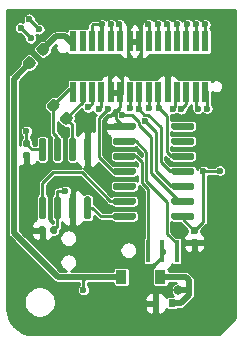
<source format=gbr>
G04 #@! TF.GenerationSoftware,KiCad,Pcbnew,(5.1.6)-1*
G04 #@! TF.CreationDate,2020-12-13T19:26:13+01:00*
G04 #@! TF.ProjectId,ACM-pcb,41434d2d-7063-4622-9e6b-696361645f70,rev?*
G04 #@! TF.SameCoordinates,Original*
G04 #@! TF.FileFunction,Copper,L2,Bot*
G04 #@! TF.FilePolarity,Positive*
%FSLAX46Y46*%
G04 Gerber Fmt 4.6, Leading zero omitted, Abs format (unit mm)*
G04 Created by KiCad (PCBNEW (5.1.6)-1) date 2020-12-13 19:26:13*
%MOMM*%
%LPD*%
G01*
G04 APERTURE LIST*
G04 #@! TA.AperFunction,SMDPad,CuDef*
%ADD10R,0.550000X1.800000*%
G04 #@! TD*
G04 #@! TA.AperFunction,SMDPad,CuDef*
%ADD11R,0.400000X1.900000*%
G04 #@! TD*
G04 #@! TA.AperFunction,SMDPad,CuDef*
%ADD12R,0.900000X1.200000*%
G04 #@! TD*
G04 #@! TA.AperFunction,SMDPad,CuDef*
%ADD13R,0.600000X0.700000*%
G04 #@! TD*
G04 #@! TA.AperFunction,ViaPad*
%ADD14C,0.600000*%
G04 #@! TD*
G04 #@! TA.AperFunction,ViaPad*
%ADD15C,0.800000*%
G04 #@! TD*
G04 #@! TA.AperFunction,Conductor*
%ADD16C,0.254000*%
G04 #@! TD*
G04 #@! TA.AperFunction,Conductor*
%ADD17C,0.508000*%
G04 #@! TD*
G04 APERTURE END LIST*
D10*
X68822000Y-66938000D03*
X68822000Y-71238000D03*
X69622000Y-66938000D03*
X69622000Y-71238000D03*
X70422000Y-66938000D03*
X70422000Y-71238000D03*
X71222000Y-66938000D03*
X71222000Y-71238000D03*
X72022000Y-66938000D03*
X72022000Y-71238000D03*
X72822000Y-66938000D03*
X72822000Y-71238000D03*
X73622000Y-66938000D03*
X73622000Y-71238000D03*
X74422000Y-66938000D03*
X74422000Y-71238000D03*
X75222000Y-66938000D03*
X75222000Y-71238000D03*
X76022000Y-66938000D03*
X76022000Y-71238000D03*
X76822000Y-66938000D03*
X76822000Y-71238000D03*
X77622000Y-66938000D03*
X77622000Y-71238000D03*
X78422000Y-66938000D03*
X78422000Y-71238000D03*
X79222000Y-66938000D03*
X79222000Y-71238000D03*
X80022000Y-66938000D03*
X80022000Y-71238000D03*
D11*
X77577800Y-84696300D03*
X76377800Y-84696300D03*
X75177800Y-84696300D03*
G04 #@! TA.AperFunction,SMDPad,CuDef*
G36*
G01*
X66890400Y-83078100D02*
X66890400Y-82733100D01*
G75*
G02*
X67037900Y-82585600I147500J0D01*
G01*
X67332900Y-82585600D01*
G75*
G02*
X67480400Y-82733100I0J-147500D01*
G01*
X67480400Y-83078100D01*
G75*
G02*
X67332900Y-83225600I-147500J0D01*
G01*
X67037900Y-83225600D01*
G75*
G02*
X66890400Y-83078100I0J147500D01*
G01*
G37*
G04 #@! TD.AperFunction*
G04 #@! TA.AperFunction,SMDPad,CuDef*
G36*
G01*
X65920400Y-83078100D02*
X65920400Y-82733100D01*
G75*
G02*
X66067900Y-82585600I147500J0D01*
G01*
X66362900Y-82585600D01*
G75*
G02*
X66510400Y-82733100I0J-147500D01*
G01*
X66510400Y-83078100D01*
G75*
G02*
X66362900Y-83225600I-147500J0D01*
G01*
X66067900Y-83225600D01*
G75*
G02*
X65920400Y-83078100I0J147500D01*
G01*
G37*
G04 #@! TD.AperFunction*
G04 #@! TA.AperFunction,SMDPad,CuDef*
G36*
G01*
X64699100Y-76288400D02*
X65044100Y-76288400D01*
G75*
G02*
X65191600Y-76435900I0J-147500D01*
G01*
X65191600Y-76730900D01*
G75*
G02*
X65044100Y-76878400I-147500J0D01*
G01*
X64699100Y-76878400D01*
G75*
G02*
X64551600Y-76730900I0J147500D01*
G01*
X64551600Y-76435900D01*
G75*
G02*
X64699100Y-76288400I147500J0D01*
G01*
G37*
G04 #@! TD.AperFunction*
G04 #@! TA.AperFunction,SMDPad,CuDef*
G36*
G01*
X64699100Y-75318400D02*
X65044100Y-75318400D01*
G75*
G02*
X65191600Y-75465900I0J-147500D01*
G01*
X65191600Y-75760900D01*
G75*
G02*
X65044100Y-75908400I-147500J0D01*
G01*
X64699100Y-75908400D01*
G75*
G02*
X64551600Y-75760900I0J147500D01*
G01*
X64551600Y-75465900D01*
G75*
G02*
X64699100Y-75318400I147500J0D01*
G01*
G37*
G04 #@! TD.AperFunction*
G04 #@! TA.AperFunction,SMDPad,CuDef*
G36*
G01*
X72178500Y-81874500D02*
X72178500Y-81574500D01*
G75*
G02*
X72328500Y-81424500I150000J0D01*
G01*
X73978500Y-81424500D01*
G75*
G02*
X74128500Y-81574500I0J-150000D01*
G01*
X74128500Y-81874500D01*
G75*
G02*
X73978500Y-82024500I-150000J0D01*
G01*
X72328500Y-82024500D01*
G75*
G02*
X72178500Y-81874500I0J150000D01*
G01*
G37*
G04 #@! TD.AperFunction*
G04 #@! TA.AperFunction,SMDPad,CuDef*
G36*
G01*
X72178500Y-80604500D02*
X72178500Y-80304500D01*
G75*
G02*
X72328500Y-80154500I150000J0D01*
G01*
X73978500Y-80154500D01*
G75*
G02*
X74128500Y-80304500I0J-150000D01*
G01*
X74128500Y-80604500D01*
G75*
G02*
X73978500Y-80754500I-150000J0D01*
G01*
X72328500Y-80754500D01*
G75*
G02*
X72178500Y-80604500I0J150000D01*
G01*
G37*
G04 #@! TD.AperFunction*
G04 #@! TA.AperFunction,SMDPad,CuDef*
G36*
G01*
X72178500Y-79334500D02*
X72178500Y-79034500D01*
G75*
G02*
X72328500Y-78884500I150000J0D01*
G01*
X73978500Y-78884500D01*
G75*
G02*
X74128500Y-79034500I0J-150000D01*
G01*
X74128500Y-79334500D01*
G75*
G02*
X73978500Y-79484500I-150000J0D01*
G01*
X72328500Y-79484500D01*
G75*
G02*
X72178500Y-79334500I0J150000D01*
G01*
G37*
G04 #@! TD.AperFunction*
G04 #@! TA.AperFunction,SMDPad,CuDef*
G36*
G01*
X72178500Y-78064500D02*
X72178500Y-77764500D01*
G75*
G02*
X72328500Y-77614500I150000J0D01*
G01*
X73978500Y-77614500D01*
G75*
G02*
X74128500Y-77764500I0J-150000D01*
G01*
X74128500Y-78064500D01*
G75*
G02*
X73978500Y-78214500I-150000J0D01*
G01*
X72328500Y-78214500D01*
G75*
G02*
X72178500Y-78064500I0J150000D01*
G01*
G37*
G04 #@! TD.AperFunction*
G04 #@! TA.AperFunction,SMDPad,CuDef*
G36*
G01*
X72178500Y-76794500D02*
X72178500Y-76494500D01*
G75*
G02*
X72328500Y-76344500I150000J0D01*
G01*
X73978500Y-76344500D01*
G75*
G02*
X74128500Y-76494500I0J-150000D01*
G01*
X74128500Y-76794500D01*
G75*
G02*
X73978500Y-76944500I-150000J0D01*
G01*
X72328500Y-76944500D01*
G75*
G02*
X72178500Y-76794500I0J150000D01*
G01*
G37*
G04 #@! TD.AperFunction*
G04 #@! TA.AperFunction,SMDPad,CuDef*
G36*
G01*
X72178500Y-75524500D02*
X72178500Y-75224500D01*
G75*
G02*
X72328500Y-75074500I150000J0D01*
G01*
X73978500Y-75074500D01*
G75*
G02*
X74128500Y-75224500I0J-150000D01*
G01*
X74128500Y-75524500D01*
G75*
G02*
X73978500Y-75674500I-150000J0D01*
G01*
X72328500Y-75674500D01*
G75*
G02*
X72178500Y-75524500I0J150000D01*
G01*
G37*
G04 #@! TD.AperFunction*
G04 #@! TA.AperFunction,SMDPad,CuDef*
G36*
G01*
X72178500Y-74254500D02*
X72178500Y-73954500D01*
G75*
G02*
X72328500Y-73804500I150000J0D01*
G01*
X73978500Y-73804500D01*
G75*
G02*
X74128500Y-73954500I0J-150000D01*
G01*
X74128500Y-74254500D01*
G75*
G02*
X73978500Y-74404500I-150000J0D01*
G01*
X72328500Y-74404500D01*
G75*
G02*
X72178500Y-74254500I0J150000D01*
G01*
G37*
G04 #@! TD.AperFunction*
G04 #@! TA.AperFunction,SMDPad,CuDef*
G36*
G01*
X77128500Y-74254500D02*
X77128500Y-73954500D01*
G75*
G02*
X77278500Y-73804500I150000J0D01*
G01*
X78928500Y-73804500D01*
G75*
G02*
X79078500Y-73954500I0J-150000D01*
G01*
X79078500Y-74254500D01*
G75*
G02*
X78928500Y-74404500I-150000J0D01*
G01*
X77278500Y-74404500D01*
G75*
G02*
X77128500Y-74254500I0J150000D01*
G01*
G37*
G04 #@! TD.AperFunction*
G04 #@! TA.AperFunction,SMDPad,CuDef*
G36*
G01*
X77128500Y-75524500D02*
X77128500Y-75224500D01*
G75*
G02*
X77278500Y-75074500I150000J0D01*
G01*
X78928500Y-75074500D01*
G75*
G02*
X79078500Y-75224500I0J-150000D01*
G01*
X79078500Y-75524500D01*
G75*
G02*
X78928500Y-75674500I-150000J0D01*
G01*
X77278500Y-75674500D01*
G75*
G02*
X77128500Y-75524500I0J150000D01*
G01*
G37*
G04 #@! TD.AperFunction*
G04 #@! TA.AperFunction,SMDPad,CuDef*
G36*
G01*
X77128500Y-76794500D02*
X77128500Y-76494500D01*
G75*
G02*
X77278500Y-76344500I150000J0D01*
G01*
X78928500Y-76344500D01*
G75*
G02*
X79078500Y-76494500I0J-150000D01*
G01*
X79078500Y-76794500D01*
G75*
G02*
X78928500Y-76944500I-150000J0D01*
G01*
X77278500Y-76944500D01*
G75*
G02*
X77128500Y-76794500I0J150000D01*
G01*
G37*
G04 #@! TD.AperFunction*
G04 #@! TA.AperFunction,SMDPad,CuDef*
G36*
G01*
X77128500Y-78064500D02*
X77128500Y-77764500D01*
G75*
G02*
X77278500Y-77614500I150000J0D01*
G01*
X78928500Y-77614500D01*
G75*
G02*
X79078500Y-77764500I0J-150000D01*
G01*
X79078500Y-78064500D01*
G75*
G02*
X78928500Y-78214500I-150000J0D01*
G01*
X77278500Y-78214500D01*
G75*
G02*
X77128500Y-78064500I0J150000D01*
G01*
G37*
G04 #@! TD.AperFunction*
G04 #@! TA.AperFunction,SMDPad,CuDef*
G36*
G01*
X77128500Y-79334500D02*
X77128500Y-79034500D01*
G75*
G02*
X77278500Y-78884500I150000J0D01*
G01*
X78928500Y-78884500D01*
G75*
G02*
X79078500Y-79034500I0J-150000D01*
G01*
X79078500Y-79334500D01*
G75*
G02*
X78928500Y-79484500I-150000J0D01*
G01*
X77278500Y-79484500D01*
G75*
G02*
X77128500Y-79334500I0J150000D01*
G01*
G37*
G04 #@! TD.AperFunction*
G04 #@! TA.AperFunction,SMDPad,CuDef*
G36*
G01*
X77128500Y-80604500D02*
X77128500Y-80304500D01*
G75*
G02*
X77278500Y-80154500I150000J0D01*
G01*
X78928500Y-80154500D01*
G75*
G02*
X79078500Y-80304500I0J-150000D01*
G01*
X79078500Y-80604500D01*
G75*
G02*
X78928500Y-80754500I-150000J0D01*
G01*
X77278500Y-80754500D01*
G75*
G02*
X77128500Y-80604500I0J150000D01*
G01*
G37*
G04 #@! TD.AperFunction*
G04 #@! TA.AperFunction,SMDPad,CuDef*
G36*
G01*
X77128500Y-81874500D02*
X77128500Y-81574500D01*
G75*
G02*
X77278500Y-81424500I150000J0D01*
G01*
X78928500Y-81424500D01*
G75*
G02*
X79078500Y-81574500I0J-150000D01*
G01*
X79078500Y-81874500D01*
G75*
G02*
X78928500Y-82024500I-150000J0D01*
G01*
X77278500Y-82024500D01*
G75*
G02*
X77128500Y-81874500I0J150000D01*
G01*
G37*
G04 #@! TD.AperFunction*
G04 #@! TA.AperFunction,SMDPad,CuDef*
G36*
G01*
X78910400Y-83654400D02*
X79255400Y-83654400D01*
G75*
G02*
X79402900Y-83801900I0J-147500D01*
G01*
X79402900Y-84096900D01*
G75*
G02*
X79255400Y-84244400I-147500J0D01*
G01*
X78910400Y-84244400D01*
G75*
G02*
X78762900Y-84096900I0J147500D01*
G01*
X78762900Y-83801900D01*
G75*
G02*
X78910400Y-83654400I147500J0D01*
G01*
G37*
G04 #@! TD.AperFunction*
G04 #@! TA.AperFunction,SMDPad,CuDef*
G36*
G01*
X78910400Y-82684400D02*
X79255400Y-82684400D01*
G75*
G02*
X79402900Y-82831900I0J-147500D01*
G01*
X79402900Y-83126900D01*
G75*
G02*
X79255400Y-83274400I-147500J0D01*
G01*
X78910400Y-83274400D01*
G75*
G02*
X78762900Y-83126900I0J147500D01*
G01*
X78762900Y-82831900D01*
G75*
G02*
X78910400Y-82684400I147500J0D01*
G01*
G37*
G04 #@! TD.AperFunction*
D12*
X76199000Y-86868000D03*
X72899000Y-86868000D03*
G04 #@! TA.AperFunction,SMDPad,CuDef*
G36*
G01*
X68738402Y-73583010D02*
X68376010Y-73945403D01*
G75*
G02*
X68066650Y-73945403I-154680J154680D01*
G01*
X67757291Y-73636044D01*
G75*
G02*
X67757291Y-73326684I154680J154680D01*
G01*
X68119684Y-72964291D01*
G75*
G02*
X68429044Y-72964291I154680J-154680D01*
G01*
X68738403Y-73273650D01*
G75*
G02*
X68738403Y-73583010I-154680J-154680D01*
G01*
G37*
G04 #@! TD.AperFunction*
G04 #@! TA.AperFunction,SMDPad,CuDef*
G36*
G01*
X67624708Y-72469316D02*
X67262316Y-72831709D01*
G75*
G02*
X66952956Y-72831709I-154680J154680D01*
G01*
X66643597Y-72522350D01*
G75*
G02*
X66643597Y-72212990I154680J154680D01*
G01*
X67005990Y-71850597D01*
G75*
G02*
X67315350Y-71850597I154680J-154680D01*
G01*
X67624709Y-72159956D01*
G75*
G02*
X67624709Y-72469316I-154680J-154680D01*
G01*
G37*
G04 #@! TD.AperFunction*
D13*
X77200000Y-89100000D03*
X75800000Y-89100000D03*
G04 #@! TA.AperFunction,SMDPad,CuDef*
G36*
G01*
X66113084Y-68107308D02*
X65750691Y-67744916D01*
G75*
G02*
X65750691Y-67435556I154680J154680D01*
G01*
X66060050Y-67126197D01*
G75*
G02*
X66369410Y-67126197I154680J-154680D01*
G01*
X66731803Y-67488590D01*
G75*
G02*
X66731803Y-67797950I-154680J-154680D01*
G01*
X66422444Y-68107309D01*
G75*
G02*
X66113084Y-68107309I-154680J154680D01*
G01*
G37*
G04 #@! TD.AperFunction*
G04 #@! TA.AperFunction,SMDPad,CuDef*
G36*
G01*
X64999390Y-69221002D02*
X64636997Y-68858610D01*
G75*
G02*
X64636997Y-68549250I154680J154680D01*
G01*
X64946356Y-68239891D01*
G75*
G02*
X65255716Y-68239891I154680J-154680D01*
G01*
X65618109Y-68602284D01*
G75*
G02*
X65618109Y-68911644I-154680J-154680D01*
G01*
X65308750Y-69221003D01*
G75*
G02*
X64999390Y-69221003I-154680J154680D01*
G01*
G37*
G04 #@! TD.AperFunction*
G04 #@! TA.AperFunction,SMDPad,CuDef*
G36*
G01*
X70190500Y-77049500D02*
X69890500Y-77049500D01*
G75*
G02*
X69740500Y-76899500I0J150000D01*
G01*
X69740500Y-75249500D01*
G75*
G02*
X69890500Y-75099500I150000J0D01*
G01*
X70190500Y-75099500D01*
G75*
G02*
X70340500Y-75249500I0J-150000D01*
G01*
X70340500Y-76899500D01*
G75*
G02*
X70190500Y-77049500I-150000J0D01*
G01*
G37*
G04 #@! TD.AperFunction*
G04 #@! TA.AperFunction,SMDPad,CuDef*
G36*
G01*
X68920500Y-77049500D02*
X68620500Y-77049500D01*
G75*
G02*
X68470500Y-76899500I0J150000D01*
G01*
X68470500Y-75249500D01*
G75*
G02*
X68620500Y-75099500I150000J0D01*
G01*
X68920500Y-75099500D01*
G75*
G02*
X69070500Y-75249500I0J-150000D01*
G01*
X69070500Y-76899500D01*
G75*
G02*
X68920500Y-77049500I-150000J0D01*
G01*
G37*
G04 #@! TD.AperFunction*
G04 #@! TA.AperFunction,SMDPad,CuDef*
G36*
G01*
X67650500Y-77049500D02*
X67350500Y-77049500D01*
G75*
G02*
X67200500Y-76899500I0J150000D01*
G01*
X67200500Y-75249500D01*
G75*
G02*
X67350500Y-75099500I150000J0D01*
G01*
X67650500Y-75099500D01*
G75*
G02*
X67800500Y-75249500I0J-150000D01*
G01*
X67800500Y-76899500D01*
G75*
G02*
X67650500Y-77049500I-150000J0D01*
G01*
G37*
G04 #@! TD.AperFunction*
G04 #@! TA.AperFunction,SMDPad,CuDef*
G36*
G01*
X66380500Y-77049500D02*
X66080500Y-77049500D01*
G75*
G02*
X65930500Y-76899500I0J150000D01*
G01*
X65930500Y-75249500D01*
G75*
G02*
X66080500Y-75099500I150000J0D01*
G01*
X66380500Y-75099500D01*
G75*
G02*
X66530500Y-75249500I0J-150000D01*
G01*
X66530500Y-76899500D01*
G75*
G02*
X66380500Y-77049500I-150000J0D01*
G01*
G37*
G04 #@! TD.AperFunction*
G04 #@! TA.AperFunction,SMDPad,CuDef*
G36*
G01*
X66380500Y-81999500D02*
X66080500Y-81999500D01*
G75*
G02*
X65930500Y-81849500I0J150000D01*
G01*
X65930500Y-80199500D01*
G75*
G02*
X66080500Y-80049500I150000J0D01*
G01*
X66380500Y-80049500D01*
G75*
G02*
X66530500Y-80199500I0J-150000D01*
G01*
X66530500Y-81849500D01*
G75*
G02*
X66380500Y-81999500I-150000J0D01*
G01*
G37*
G04 #@! TD.AperFunction*
G04 #@! TA.AperFunction,SMDPad,CuDef*
G36*
G01*
X67650500Y-81999500D02*
X67350500Y-81999500D01*
G75*
G02*
X67200500Y-81849500I0J150000D01*
G01*
X67200500Y-80199500D01*
G75*
G02*
X67350500Y-80049500I150000J0D01*
G01*
X67650500Y-80049500D01*
G75*
G02*
X67800500Y-80199500I0J-150000D01*
G01*
X67800500Y-81849500D01*
G75*
G02*
X67650500Y-81999500I-150000J0D01*
G01*
G37*
G04 #@! TD.AperFunction*
G04 #@! TA.AperFunction,SMDPad,CuDef*
G36*
G01*
X68920500Y-81999500D02*
X68620500Y-81999500D01*
G75*
G02*
X68470500Y-81849500I0J150000D01*
G01*
X68470500Y-80199500D01*
G75*
G02*
X68620500Y-80049500I150000J0D01*
G01*
X68920500Y-80049500D01*
G75*
G02*
X69070500Y-80199500I0J-150000D01*
G01*
X69070500Y-81849500D01*
G75*
G02*
X68920500Y-81999500I-150000J0D01*
G01*
G37*
G04 #@! TD.AperFunction*
G04 #@! TA.AperFunction,SMDPad,CuDef*
G36*
G01*
X70190500Y-81999500D02*
X69890500Y-81999500D01*
G75*
G02*
X69740500Y-81849500I0J150000D01*
G01*
X69740500Y-80199500D01*
G75*
G02*
X69890500Y-80049500I150000J0D01*
G01*
X70190500Y-80049500D01*
G75*
G02*
X70340500Y-80199500I0J-150000D01*
G01*
X70340500Y-81849500D01*
G75*
G02*
X70190500Y-81999500I-150000J0D01*
G01*
G37*
G04 #@! TD.AperFunction*
D14*
X72775000Y-69450000D03*
X69675000Y-86100000D03*
X81280000Y-89916000D03*
X64973200Y-81838800D03*
X64566800Y-67360800D03*
X77343000Y-82880200D03*
X80187800Y-74980800D03*
X76750000Y-65500000D03*
X74371200Y-72669400D03*
X76091152Y-72595314D03*
X65225002Y-66675000D03*
X65950002Y-65900000D03*
X65100000Y-65025000D03*
X64375000Y-65775000D03*
X81229200Y-77876400D03*
X64871600Y-74523600D03*
X68173600Y-79598800D03*
X71250000Y-65499998D03*
X79857600Y-77927200D03*
X75287904Y-72605132D03*
X74930476Y-73705535D03*
X73000008Y-73200000D03*
X71780400Y-72645990D03*
X70091300Y-72529700D03*
X73609200Y-72593200D03*
X77600000Y-65500000D03*
X76000000Y-65500000D03*
X75200000Y-65500000D03*
X72750000Y-65499990D03*
X72000000Y-65495694D03*
X80000000Y-65500000D03*
X79250000Y-65500000D03*
X78500000Y-65500000D03*
X77238654Y-72628947D03*
X70976900Y-72666000D03*
X80165102Y-72631300D03*
X79387700Y-72644000D03*
D15*
X77724000Y-88011000D03*
D14*
X77990700Y-72669398D03*
X69700000Y-88000000D03*
D16*
X76377800Y-85181998D02*
X75402998Y-86156800D01*
X76377800Y-84696300D02*
X76377800Y-85181998D01*
X72822000Y-71238000D02*
X72822000Y-72424312D01*
X73084586Y-74104500D02*
X73153500Y-74104500D01*
X72446007Y-73465921D02*
X73084586Y-74104500D01*
X72446007Y-72800305D02*
X72446007Y-73465921D01*
X72822000Y-72424312D02*
X72446007Y-72800305D01*
X76822000Y-65572000D02*
X76750000Y-65500000D01*
X76822000Y-67188000D02*
X76822000Y-65572000D01*
X74422000Y-72618600D02*
X74371200Y-72669400D01*
X74422000Y-70988000D02*
X74422000Y-72618600D01*
X78103500Y-77914500D02*
X77012800Y-77914500D01*
X77012800Y-77914500D02*
X76263500Y-77165200D01*
X76263500Y-77165200D02*
X76263500Y-74218635D01*
X75196398Y-73151533D02*
X74853333Y-73151533D01*
X74853333Y-73151533D02*
X74371200Y-72669400D01*
X76263500Y-74218635D02*
X75196398Y-73151533D01*
X76022000Y-70988000D02*
X76022000Y-72526162D01*
X76022000Y-72526162D02*
X76091152Y-72595314D01*
X77128500Y-76644500D02*
X76746100Y-76262100D01*
X78103500Y-76644500D02*
X77128500Y-76644500D01*
X76746100Y-76262100D02*
X76746100Y-73250262D01*
X76746100Y-73250262D02*
X76091152Y-72595314D01*
X65100000Y-65049998D02*
X65100000Y-65025000D01*
X65950002Y-65900000D02*
X65100000Y-65049998D01*
X65225002Y-66675000D02*
X64375000Y-65824998D01*
X64375000Y-65824998D02*
X64375000Y-65775000D01*
X81178400Y-77927200D02*
X81229200Y-77876400D01*
X65332700Y-76074500D02*
X64871600Y-75613400D01*
X66230500Y-76074500D02*
X65332700Y-76074500D01*
X64871600Y-75613400D02*
X64871600Y-74523600D01*
X67500500Y-82590500D02*
X67185400Y-82905600D01*
X67500500Y-81024500D02*
X67500500Y-82590500D01*
X71222000Y-66022000D02*
X71222000Y-66022000D01*
X68173600Y-79598800D02*
X67543400Y-79598800D01*
X67500500Y-79641700D02*
X67500500Y-81024500D01*
X67543400Y-79598800D02*
X67500500Y-79641700D01*
X78103500Y-82000000D02*
X79082900Y-82979400D01*
X78103500Y-81724500D02*
X78103500Y-82000000D01*
X79082900Y-82979400D02*
X79857600Y-82204700D01*
X71200000Y-67166000D02*
X71200000Y-65549998D01*
X71250000Y-66360000D02*
X71250000Y-65499998D01*
X71200000Y-65549998D02*
X71250000Y-65499998D01*
X79857600Y-82204700D02*
X79857600Y-77927200D01*
X79857600Y-77927200D02*
X81178400Y-77927200D01*
X71250000Y-65499998D02*
X70500002Y-65499998D01*
X70422000Y-65578000D02*
X70422000Y-66938000D01*
X70500002Y-65499998D02*
X70422000Y-65578000D01*
X75222000Y-72539228D02*
X75287904Y-72605132D01*
X75222000Y-70988000D02*
X75222000Y-72539228D01*
X75831700Y-74606759D02*
X74930476Y-73705535D01*
X75831700Y-77887700D02*
X75831700Y-74606759D01*
X77128500Y-79184500D02*
X75831700Y-77887700D01*
X78103500Y-79184500D02*
X77128500Y-79184500D01*
X75412600Y-75023204D02*
X74382510Y-73993114D01*
X73795358Y-73200000D02*
X73000008Y-73200000D01*
X77762100Y-80454500D02*
X75412600Y-78105000D01*
X74382510Y-73787152D02*
X73795358Y-73200000D01*
X74382510Y-73993114D02*
X74382510Y-73787152D01*
X75412600Y-78105000D02*
X75412600Y-75023204D01*
X78103500Y-80454500D02*
X77762100Y-80454500D01*
X70993000Y-73433390D02*
X71780400Y-72645990D01*
X73153500Y-77914500D02*
X72178500Y-77914500D01*
X72178500Y-77914500D02*
X70993000Y-76729000D01*
X70993000Y-76729000D02*
X70993000Y-73433390D01*
X68800000Y-67166000D02*
X68822000Y-67188000D01*
D17*
X68131200Y-66497200D02*
X68822000Y-67188000D01*
X66241247Y-67616753D02*
X67360800Y-66497200D01*
X67360800Y-66497200D02*
X68131200Y-66497200D01*
D16*
X70422000Y-72199000D02*
X70422000Y-71238000D01*
X70091300Y-72529700D02*
X70422000Y-72199000D01*
X73622000Y-70988000D02*
X73622000Y-72580400D01*
X73622000Y-72580400D02*
X73609200Y-72593200D01*
X77622000Y-67188000D02*
X77622000Y-65522000D01*
X77622000Y-65522000D02*
X77600000Y-65500000D01*
X76022000Y-67188000D02*
X76022000Y-65522000D01*
X76022000Y-65522000D02*
X76000000Y-65500000D01*
X75222000Y-65522000D02*
X75200000Y-65500000D01*
X75222000Y-67188000D02*
X75222000Y-65522000D01*
X72822000Y-67188000D02*
X72822000Y-65571990D01*
X72822000Y-65571990D02*
X72750000Y-65499990D01*
X72022000Y-67188000D02*
X72022000Y-65517694D01*
X72022000Y-65517694D02*
X72000000Y-65495694D01*
X80000000Y-67166000D02*
X80000000Y-65500000D01*
X80022000Y-67188000D02*
X80000000Y-67166000D01*
X79222000Y-67188000D02*
X79222000Y-65528000D01*
X79222000Y-65528000D02*
X79250000Y-65500000D01*
X78422000Y-65578000D02*
X78500000Y-65500000D01*
X78422000Y-67188000D02*
X78422000Y-65578000D01*
X77700000Y-71066000D02*
X77622000Y-70988000D01*
X77550000Y-71060000D02*
X77622000Y-70988000D01*
X77436699Y-72430902D02*
X77238654Y-72628947D01*
X77622000Y-70988000D02*
X77436699Y-71173301D01*
X77436699Y-71173301D02*
X77436699Y-72430902D01*
X71222000Y-71238000D02*
X71222000Y-72420900D01*
X71222000Y-72420900D02*
X70976900Y-72666000D01*
X80000000Y-71010000D02*
X80165102Y-71175102D01*
X80165102Y-71175102D02*
X80165102Y-72631300D01*
X79200000Y-71010000D02*
X79222000Y-70988000D01*
X79222000Y-70988000D02*
X79222000Y-71532000D01*
X79222000Y-70988000D02*
X79222000Y-72478300D01*
X79222000Y-72478300D02*
X79387700Y-72644000D01*
D17*
X77920000Y-89100000D02*
X77200000Y-89100000D01*
X78620000Y-88400000D02*
X77920000Y-89100000D01*
D16*
X77844000Y-88018000D02*
X77724000Y-88138000D01*
D17*
X78620000Y-88018000D02*
X77844000Y-88018000D01*
X78620000Y-88018000D02*
X78620000Y-88400000D01*
X78620000Y-87154400D02*
X78620000Y-88018000D01*
X78384400Y-86918800D02*
X78620000Y-87154400D01*
X78333600Y-86868000D02*
X78620000Y-87154400D01*
X76199000Y-86868000D02*
X78333600Y-86868000D01*
D16*
X78422000Y-70988000D02*
X78422000Y-72238098D01*
X78422000Y-72238098D02*
X77990700Y-72669398D01*
X69593794Y-71016206D02*
X69622000Y-70988000D01*
X69622000Y-72080694D02*
X68247847Y-73454847D01*
X69622000Y-70988000D02*
X69622000Y-72080694D01*
X68770500Y-73977500D02*
X68247847Y-73454847D01*
X68770500Y-76074500D02*
X68770500Y-73977500D01*
X68487306Y-70988000D02*
X67134153Y-72341153D01*
X68822000Y-70988000D02*
X68487306Y-70988000D01*
X67500500Y-76074500D02*
X67500500Y-75069700D01*
X67134153Y-74703353D02*
X67134153Y-72341153D01*
X67500500Y-75069700D02*
X67134153Y-74703353D01*
X70040500Y-81024500D02*
X70458100Y-81024500D01*
X71158100Y-81724500D02*
X73153500Y-81724500D01*
X70458100Y-81024500D02*
X71158100Y-81724500D01*
X66230500Y-78930500D02*
X66230500Y-81024500D01*
X67132200Y-78028800D02*
X66230500Y-78930500D01*
X69545200Y-78028800D02*
X67132200Y-78028800D01*
X73153500Y-80454500D02*
X71970900Y-80454500D01*
X71970900Y-80454500D02*
X69545200Y-78028800D01*
X74128500Y-76644500D02*
X73153500Y-76644500D01*
X75177800Y-79463128D02*
X74650580Y-78935909D01*
X74650580Y-77166580D02*
X74128500Y-76644500D01*
X75177800Y-84696300D02*
X75177800Y-79463128D01*
X74650580Y-78935909D02*
X74650580Y-77166580D01*
X77577800Y-84696300D02*
X77577800Y-84042100D01*
X74128500Y-75374500D02*
X73153500Y-75374500D01*
X75031590Y-78778090D02*
X75031590Y-76277590D01*
X76746100Y-83210400D02*
X76746100Y-80492600D01*
X76746100Y-80492600D02*
X75031590Y-78778090D01*
X77577800Y-84042100D02*
X76746100Y-83210400D01*
X75031590Y-76277590D02*
X74128500Y-75374500D01*
D17*
X63779400Y-83134200D02*
X67513200Y-86868000D01*
X65127553Y-68730447D02*
X63779400Y-70078600D01*
X63779400Y-70078600D02*
X63779400Y-83134200D01*
D16*
X69700000Y-87100000D02*
X69932000Y-86868000D01*
X69700000Y-88000000D02*
X69700000Y-87100000D01*
D17*
X67513200Y-86868000D02*
X69932000Y-86868000D01*
X69932000Y-86868000D02*
X72899000Y-86868000D01*
D16*
G36*
X82530084Y-90377010D02*
G01*
X81197282Y-91709813D01*
X65316969Y-91733621D01*
X64894687Y-91674156D01*
X64499171Y-91536301D01*
X64137964Y-91324250D01*
X63824823Y-91046078D01*
X63571678Y-90712382D01*
X63388168Y-90335870D01*
X63279715Y-89924936D01*
X63255756Y-89700454D01*
X63255537Y-88866643D01*
X64646000Y-88866643D01*
X64646000Y-89133357D01*
X64698034Y-89394947D01*
X64800101Y-89641359D01*
X64948280Y-89863124D01*
X65136876Y-90051720D01*
X65358641Y-90199899D01*
X65605053Y-90301966D01*
X65866643Y-90354000D01*
X66133357Y-90354000D01*
X66394947Y-90301966D01*
X66641359Y-90199899D01*
X66863124Y-90051720D01*
X67051720Y-89863124D01*
X67199899Y-89641359D01*
X67279162Y-89450000D01*
X74861928Y-89450000D01*
X74874188Y-89574482D01*
X74910498Y-89694180D01*
X74969463Y-89804494D01*
X75048815Y-89901185D01*
X75145506Y-89980537D01*
X75255820Y-90039502D01*
X75375518Y-90075812D01*
X75500000Y-90088072D01*
X75514250Y-90085000D01*
X75673000Y-89926250D01*
X75673000Y-89227000D01*
X75023750Y-89227000D01*
X74865000Y-89385750D01*
X74861928Y-89450000D01*
X67279162Y-89450000D01*
X67301966Y-89394947D01*
X67354000Y-89133357D01*
X67354000Y-88866643D01*
X67330799Y-88750000D01*
X74861928Y-88750000D01*
X74865000Y-88814250D01*
X75023750Y-88973000D01*
X75673000Y-88973000D01*
X75673000Y-88273750D01*
X75514250Y-88115000D01*
X75500000Y-88111928D01*
X75375518Y-88124188D01*
X75255820Y-88160498D01*
X75145506Y-88219463D01*
X75048815Y-88298815D01*
X74969463Y-88395506D01*
X74910498Y-88505820D01*
X74874188Y-88625518D01*
X74861928Y-88750000D01*
X67330799Y-88750000D01*
X67301966Y-88605053D01*
X67199899Y-88358641D01*
X67051720Y-88136876D01*
X66863124Y-87948280D01*
X66641359Y-87800101D01*
X66394947Y-87698034D01*
X66133357Y-87646000D01*
X65866643Y-87646000D01*
X65605053Y-87698034D01*
X65358641Y-87800101D01*
X65136876Y-87948280D01*
X64948280Y-88136876D01*
X64800101Y-88358641D01*
X64698034Y-88605053D01*
X64646000Y-88866643D01*
X63255537Y-88866643D01*
X63250598Y-70078600D01*
X63268943Y-70078600D01*
X63271400Y-70103544D01*
X63271401Y-83109246D01*
X63268943Y-83134200D01*
X63274646Y-83192096D01*
X63278752Y-83233785D01*
X63298147Y-83297722D01*
X63307800Y-83329543D01*
X63354971Y-83417795D01*
X63391049Y-83461756D01*
X63418453Y-83495148D01*
X63437830Y-83511050D01*
X67136345Y-87209565D01*
X67152252Y-87228948D01*
X67229605Y-87292429D01*
X67317857Y-87339601D01*
X67413615Y-87368649D01*
X67488253Y-87376000D01*
X67488256Y-87376000D01*
X67513200Y-87378457D01*
X67538144Y-87376000D01*
X69319001Y-87376000D01*
X69319000Y-87597525D01*
X69269680Y-87646845D01*
X69209051Y-87737582D01*
X69167289Y-87838404D01*
X69146000Y-87945436D01*
X69146000Y-88054564D01*
X69167289Y-88161596D01*
X69209051Y-88262418D01*
X69269680Y-88353155D01*
X69346845Y-88430320D01*
X69437582Y-88490949D01*
X69538404Y-88532711D01*
X69645436Y-88554000D01*
X69754564Y-88554000D01*
X69861596Y-88532711D01*
X69962418Y-88490949D01*
X70053155Y-88430320D01*
X70130320Y-88353155D01*
X70190949Y-88262418D01*
X70232711Y-88161596D01*
X70254000Y-88054564D01*
X70254000Y-87945436D01*
X70232711Y-87838404D01*
X70190949Y-87737582D01*
X70130320Y-87646845D01*
X70081000Y-87597525D01*
X70081000Y-87376000D01*
X72193772Y-87376000D01*
X72193772Y-87468000D01*
X72198676Y-87517793D01*
X72213200Y-87565672D01*
X72236786Y-87609797D01*
X72268527Y-87648473D01*
X72307203Y-87680214D01*
X72351328Y-87703800D01*
X72399207Y-87718324D01*
X72449000Y-87723228D01*
X73349000Y-87723228D01*
X73398793Y-87718324D01*
X73446672Y-87703800D01*
X73490797Y-87680214D01*
X73529473Y-87648473D01*
X73561214Y-87609797D01*
X73584800Y-87565672D01*
X73599324Y-87517793D01*
X73604228Y-87468000D01*
X73604228Y-86268000D01*
X73599324Y-86218207D01*
X73584800Y-86170328D01*
X73561214Y-86126203D01*
X73529473Y-86087527D01*
X73490797Y-86055786D01*
X73446672Y-86032200D01*
X73398793Y-86017676D01*
X73349000Y-86012772D01*
X72449000Y-86012772D01*
X72399207Y-86017676D01*
X72351328Y-86032200D01*
X72307203Y-86055786D01*
X72268527Y-86087527D01*
X72236786Y-86126203D01*
X72213200Y-86170328D01*
X72198676Y-86218207D01*
X72193772Y-86268000D01*
X72193772Y-86360000D01*
X68620992Y-86360000D01*
X68638563Y-86356505D01*
X68774927Y-86300021D01*
X68897651Y-86218020D01*
X69002020Y-86113651D01*
X69084021Y-85990927D01*
X69140505Y-85854563D01*
X69169300Y-85709800D01*
X69169300Y-85562200D01*
X69140505Y-85417437D01*
X69084021Y-85281073D01*
X69002020Y-85158349D01*
X68897651Y-85053980D01*
X68774927Y-84971979D01*
X68638563Y-84915495D01*
X68493800Y-84886700D01*
X68346200Y-84886700D01*
X68201437Y-84915495D01*
X68065073Y-84971979D01*
X67942349Y-85053980D01*
X67837980Y-85158349D01*
X67755979Y-85281073D01*
X67699495Y-85417437D01*
X67670700Y-85562200D01*
X67670700Y-85709800D01*
X67699495Y-85854563D01*
X67755979Y-85990927D01*
X67837980Y-86113651D01*
X67942349Y-86218020D01*
X68065073Y-86300021D01*
X68201437Y-86356505D01*
X68219008Y-86360000D01*
X67723620Y-86360000D01*
X65909820Y-84546200D01*
X72750700Y-84546200D01*
X72750700Y-84693800D01*
X72779495Y-84838563D01*
X72835979Y-84974927D01*
X72917980Y-85097651D01*
X73022349Y-85202020D01*
X73145073Y-85284021D01*
X73281437Y-85340505D01*
X73426200Y-85369300D01*
X73573800Y-85369300D01*
X73718563Y-85340505D01*
X73854927Y-85284021D01*
X73977651Y-85202020D01*
X74082020Y-85097651D01*
X74164021Y-84974927D01*
X74220505Y-84838563D01*
X74249300Y-84693800D01*
X74249300Y-84546200D01*
X74220505Y-84401437D01*
X74164021Y-84265073D01*
X74082020Y-84142349D01*
X73977651Y-84037980D01*
X73854927Y-83955979D01*
X73718563Y-83899495D01*
X73573800Y-83870700D01*
X73426200Y-83870700D01*
X73281437Y-83899495D01*
X73145073Y-83955979D01*
X73022349Y-84037980D01*
X72917980Y-84142349D01*
X72835979Y-84265073D01*
X72779495Y-84401437D01*
X72750700Y-84546200D01*
X65909820Y-84546200D01*
X64589220Y-83225600D01*
X65282328Y-83225600D01*
X65294588Y-83350082D01*
X65330898Y-83469780D01*
X65389863Y-83580094D01*
X65469215Y-83676785D01*
X65565906Y-83756137D01*
X65676220Y-83815102D01*
X65795918Y-83851412D01*
X65920400Y-83863672D01*
X65929650Y-83860600D01*
X66088400Y-83701850D01*
X66088400Y-83032600D01*
X65444150Y-83032600D01*
X65285400Y-83191350D01*
X65282328Y-83225600D01*
X64589220Y-83225600D01*
X64287400Y-82923780D01*
X64287400Y-82585600D01*
X65282328Y-82585600D01*
X65285400Y-82619850D01*
X65444150Y-82778600D01*
X66088400Y-82778600D01*
X66088400Y-82758600D01*
X66342400Y-82758600D01*
X66342400Y-82778600D01*
X66362400Y-82778600D01*
X66362400Y-83032600D01*
X66342400Y-83032600D01*
X66342400Y-83701850D01*
X66501150Y-83860600D01*
X66510400Y-83863672D01*
X66634882Y-83851412D01*
X66754580Y-83815102D01*
X66864894Y-83756137D01*
X66961585Y-83676785D01*
X67040937Y-83580094D01*
X67067606Y-83530200D01*
X67670700Y-83530200D01*
X67670700Y-83677800D01*
X67699495Y-83822563D01*
X67755979Y-83958927D01*
X67837980Y-84081651D01*
X67942349Y-84186020D01*
X68065073Y-84268021D01*
X68201437Y-84324505D01*
X68346200Y-84353300D01*
X68493800Y-84353300D01*
X68638563Y-84324505D01*
X68774927Y-84268021D01*
X68897651Y-84186020D01*
X69002020Y-84081651D01*
X69084021Y-83958927D01*
X69140505Y-83822563D01*
X69169300Y-83677800D01*
X69169300Y-83530200D01*
X69140505Y-83385437D01*
X69084021Y-83249073D01*
X69002020Y-83126349D01*
X68897651Y-83021980D01*
X68774927Y-82939979D01*
X68638563Y-82883495D01*
X68493800Y-82854700D01*
X68346200Y-82854700D01*
X68201437Y-82883495D01*
X68065073Y-82939979D01*
X67942349Y-83021980D01*
X67837980Y-83126349D01*
X67755979Y-83249073D01*
X67699495Y-83385437D01*
X67670700Y-83530200D01*
X67067606Y-83530200D01*
X67093997Y-83480828D01*
X67332900Y-83480828D01*
X67411468Y-83473090D01*
X67487017Y-83450172D01*
X67556644Y-83412956D01*
X67617672Y-83362872D01*
X67667756Y-83301844D01*
X67704972Y-83232217D01*
X67727890Y-83156668D01*
X67735628Y-83078100D01*
X67735628Y-82894187D01*
X67756673Y-82873142D01*
X67771211Y-82861211D01*
X67798830Y-82827557D01*
X67818822Y-82803197D01*
X67854201Y-82737008D01*
X67862463Y-82709771D01*
X67875987Y-82665189D01*
X67881500Y-82609213D01*
X67881500Y-82609210D01*
X67883343Y-82590500D01*
X67881500Y-82571790D01*
X67881500Y-82244619D01*
X67939963Y-82353994D01*
X68019315Y-82450685D01*
X68116006Y-82530037D01*
X68226320Y-82589002D01*
X68346018Y-82625312D01*
X68470500Y-82637572D01*
X68484750Y-82634500D01*
X68643500Y-82475750D01*
X68643500Y-81151500D01*
X68623500Y-81151500D01*
X68623500Y-80897500D01*
X68643500Y-80897500D01*
X68643500Y-79892720D01*
X68664549Y-79861218D01*
X68706311Y-79760396D01*
X68727600Y-79653364D01*
X68727600Y-79573250D01*
X68897500Y-79573250D01*
X68897500Y-80897500D01*
X68917500Y-80897500D01*
X68917500Y-81151500D01*
X68897500Y-81151500D01*
X68897500Y-82475750D01*
X69056250Y-82634500D01*
X69070500Y-82637572D01*
X69194982Y-82625312D01*
X69314680Y-82589002D01*
X69424994Y-82530037D01*
X69521685Y-82450685D01*
X69601037Y-82353994D01*
X69660002Y-82243680D01*
X69675693Y-82191954D01*
X69735426Y-82223882D01*
X69811444Y-82246942D01*
X69890500Y-82254728D01*
X70190500Y-82254728D01*
X70269556Y-82246942D01*
X70345574Y-82223882D01*
X70415633Y-82186435D01*
X70477039Y-82136039D01*
X70527435Y-82074633D01*
X70564882Y-82004574D01*
X70587942Y-81928556D01*
X70595728Y-81849500D01*
X70595728Y-81700943D01*
X70875459Y-81980674D01*
X70887389Y-81995211D01*
X70901924Y-82007139D01*
X70945403Y-82042822D01*
X70968305Y-82055063D01*
X71011592Y-82078201D01*
X71083411Y-82099987D01*
X71139387Y-82105500D01*
X71139396Y-82105500D01*
X71158099Y-82107342D01*
X71176802Y-82105500D01*
X71996380Y-82105500D01*
X72041961Y-82161039D01*
X72103367Y-82211435D01*
X72173426Y-82248882D01*
X72249444Y-82271942D01*
X72328500Y-82279728D01*
X73978500Y-82279728D01*
X74057556Y-82271942D01*
X74133574Y-82248882D01*
X74203633Y-82211435D01*
X74265039Y-82161039D01*
X74315435Y-82099633D01*
X74352882Y-82029574D01*
X74375942Y-81953556D01*
X74383728Y-81874500D01*
X74383728Y-81574500D01*
X74375942Y-81495444D01*
X74352882Y-81419426D01*
X74315435Y-81349367D01*
X74265039Y-81287961D01*
X74203633Y-81237565D01*
X74133574Y-81200118D01*
X74057556Y-81177058D01*
X73978500Y-81169272D01*
X72328500Y-81169272D01*
X72249444Y-81177058D01*
X72173426Y-81200118D01*
X72103367Y-81237565D01*
X72041961Y-81287961D01*
X71996380Y-81343500D01*
X71315915Y-81343500D01*
X70740746Y-80768332D01*
X70728811Y-80753789D01*
X70670796Y-80706178D01*
X70604608Y-80670799D01*
X70595728Y-80668105D01*
X70595728Y-80199500D01*
X70587942Y-80120444D01*
X70564882Y-80044426D01*
X70527435Y-79974367D01*
X70477039Y-79912961D01*
X70415633Y-79862565D01*
X70345574Y-79825118D01*
X70269556Y-79802058D01*
X70190500Y-79794272D01*
X69890500Y-79794272D01*
X69811444Y-79802058D01*
X69735426Y-79825118D01*
X69675693Y-79857046D01*
X69660002Y-79805320D01*
X69601037Y-79695006D01*
X69521685Y-79598315D01*
X69424994Y-79518963D01*
X69314680Y-79459998D01*
X69194982Y-79423688D01*
X69070500Y-79411428D01*
X69056250Y-79414500D01*
X68897500Y-79573250D01*
X68727600Y-79573250D01*
X68727600Y-79544236D01*
X68706311Y-79437204D01*
X68664549Y-79336382D01*
X68603920Y-79245645D01*
X68526755Y-79168480D01*
X68436018Y-79107851D01*
X68335196Y-79066089D01*
X68228164Y-79044800D01*
X68119036Y-79044800D01*
X68012004Y-79066089D01*
X67911182Y-79107851D01*
X67820445Y-79168480D01*
X67771125Y-79217800D01*
X67562110Y-79217800D01*
X67543400Y-79215957D01*
X67524690Y-79217800D01*
X67524687Y-79217800D01*
X67468711Y-79223313D01*
X67396892Y-79245099D01*
X67330704Y-79280478D01*
X67272689Y-79328089D01*
X67260754Y-79342632D01*
X67244332Y-79359054D01*
X67229789Y-79370989D01*
X67198166Y-79409523D01*
X67182178Y-79429004D01*
X67149802Y-79489574D01*
X67146799Y-79495193D01*
X67125013Y-79567012D01*
X67119692Y-79621039D01*
X67117657Y-79641700D01*
X67119500Y-79660410D01*
X67119500Y-79867380D01*
X67063961Y-79912961D01*
X67013565Y-79974367D01*
X66976118Y-80044426D01*
X66953058Y-80120444D01*
X66945272Y-80199500D01*
X66945272Y-81849500D01*
X66953058Y-81928556D01*
X66976118Y-82004574D01*
X67013565Y-82074633D01*
X67063961Y-82136039D01*
X67119501Y-82181621D01*
X67119501Y-82330372D01*
X67093997Y-82330372D01*
X67040937Y-82231106D01*
X66961585Y-82134415D01*
X66864894Y-82055063D01*
X66757052Y-81997419D01*
X66777942Y-81928556D01*
X66785728Y-81849500D01*
X66785728Y-80199500D01*
X66777942Y-80120444D01*
X66754882Y-80044426D01*
X66717435Y-79974367D01*
X66667039Y-79912961D01*
X66611500Y-79867380D01*
X66611500Y-79088314D01*
X67290015Y-78409800D01*
X69387386Y-78409800D01*
X71688259Y-80710674D01*
X71700189Y-80725211D01*
X71728872Y-80748750D01*
X71758203Y-80772822D01*
X71824392Y-80808201D01*
X71896211Y-80829987D01*
X71952187Y-80835500D01*
X71952190Y-80835500D01*
X71970900Y-80837343D01*
X71989610Y-80835500D01*
X71996380Y-80835500D01*
X72041961Y-80891039D01*
X72103367Y-80941435D01*
X72173426Y-80978882D01*
X72249444Y-81001942D01*
X72328500Y-81009728D01*
X73978500Y-81009728D01*
X74057556Y-81001942D01*
X74133574Y-80978882D01*
X74203633Y-80941435D01*
X74265039Y-80891039D01*
X74315435Y-80829633D01*
X74352882Y-80759574D01*
X74375942Y-80683556D01*
X74383728Y-80604500D01*
X74383728Y-80304500D01*
X74375942Y-80225444D01*
X74352882Y-80149426D01*
X74315435Y-80079367D01*
X74265039Y-80017961D01*
X74203633Y-79967565D01*
X74133574Y-79930118D01*
X74057556Y-79907058D01*
X73978500Y-79899272D01*
X72328500Y-79899272D01*
X72249444Y-79907058D01*
X72173426Y-79930118D01*
X72103367Y-79967565D01*
X72059105Y-80003891D01*
X69827846Y-77772632D01*
X69815911Y-77758089D01*
X69757896Y-77710478D01*
X69709293Y-77684498D01*
X69740500Y-77687572D01*
X69754750Y-77684500D01*
X69913500Y-77525750D01*
X69913500Y-76201500D01*
X69893500Y-76201500D01*
X69893500Y-75947500D01*
X69913500Y-75947500D01*
X69913500Y-74623250D01*
X69754750Y-74464500D01*
X69740500Y-74461428D01*
X69616018Y-74473688D01*
X69496320Y-74509998D01*
X69386006Y-74568963D01*
X69289315Y-74648315D01*
X69209963Y-74745006D01*
X69151500Y-74854381D01*
X69151500Y-73996210D01*
X69153343Y-73977500D01*
X69151500Y-73958787D01*
X69145987Y-73902811D01*
X69124201Y-73830992D01*
X69116312Y-73816233D01*
X69088822Y-73764803D01*
X69056613Y-73725557D01*
X69041211Y-73706789D01*
X69026674Y-73694859D01*
X68993723Y-73661908D01*
X69021622Y-73609714D01*
X69048594Y-73520799D01*
X69057701Y-73428330D01*
X69048594Y-73335861D01*
X69021622Y-73246946D01*
X69012196Y-73229312D01*
X69557199Y-72684309D01*
X69558589Y-72691296D01*
X69600351Y-72792118D01*
X69660980Y-72882855D01*
X69738145Y-72960020D01*
X69828882Y-73020649D01*
X69929704Y-73062411D01*
X70036736Y-73083700D01*
X70145864Y-73083700D01*
X70252896Y-73062411D01*
X70353718Y-73020649D01*
X70444455Y-72960020D01*
X70483053Y-72921422D01*
X70485951Y-72928418D01*
X70546580Y-73019155D01*
X70623745Y-73096320D01*
X70714482Y-73156949D01*
X70724311Y-73161020D01*
X70722290Y-73162679D01*
X70710361Y-73177215D01*
X70674678Y-73220694D01*
X70639299Y-73286883D01*
X70628437Y-73322692D01*
X70619432Y-73352380D01*
X70617514Y-73358702D01*
X70610157Y-73433390D01*
X70612001Y-73452110D01*
X70612001Y-74524601D01*
X70584680Y-74509998D01*
X70464982Y-74473688D01*
X70340500Y-74461428D01*
X70326250Y-74464500D01*
X70167500Y-74623250D01*
X70167500Y-75947500D01*
X70187500Y-75947500D01*
X70187500Y-76201500D01*
X70167500Y-76201500D01*
X70167500Y-77525750D01*
X70326250Y-77684500D01*
X70340500Y-77687572D01*
X70464982Y-77675312D01*
X70584680Y-77639002D01*
X70694994Y-77580037D01*
X70791685Y-77500685D01*
X70871037Y-77403994D01*
X70930002Y-77293680D01*
X70950685Y-77225499D01*
X71895859Y-78170674D01*
X71907789Y-78185211D01*
X71933148Y-78206022D01*
X71957601Y-78226091D01*
X71991565Y-78289633D01*
X72041961Y-78351039D01*
X72103367Y-78401435D01*
X72173426Y-78438882D01*
X72249444Y-78461942D01*
X72328500Y-78469728D01*
X73978500Y-78469728D01*
X74057556Y-78461942D01*
X74133574Y-78438882D01*
X74203633Y-78401435D01*
X74265039Y-78351039D01*
X74269580Y-78345506D01*
X74269580Y-78753494D01*
X74265039Y-78747961D01*
X74203633Y-78697565D01*
X74133574Y-78660118D01*
X74057556Y-78637058D01*
X73978500Y-78629272D01*
X72328500Y-78629272D01*
X72249444Y-78637058D01*
X72173426Y-78660118D01*
X72103367Y-78697565D01*
X72041961Y-78747961D01*
X71991565Y-78809367D01*
X71954118Y-78879426D01*
X71931058Y-78955444D01*
X71923272Y-79034500D01*
X71923272Y-79334500D01*
X71931058Y-79413556D01*
X71954118Y-79489574D01*
X71991565Y-79559633D01*
X72041961Y-79621039D01*
X72103367Y-79671435D01*
X72173426Y-79708882D01*
X72249444Y-79731942D01*
X72328500Y-79739728D01*
X73978500Y-79739728D01*
X74057556Y-79731942D01*
X74133574Y-79708882D01*
X74203633Y-79671435D01*
X74265039Y-79621039D01*
X74315435Y-79559633D01*
X74352882Y-79489574D01*
X74375942Y-79413556D01*
X74383728Y-79334500D01*
X74383728Y-79209787D01*
X74394412Y-79218555D01*
X74796801Y-79620945D01*
X74796800Y-83566469D01*
X74765586Y-83604503D01*
X74742000Y-83648628D01*
X74727476Y-83696507D01*
X74722572Y-83746300D01*
X74722572Y-85646300D01*
X74727476Y-85696093D01*
X74742000Y-85743972D01*
X74765586Y-85788097D01*
X74797327Y-85826773D01*
X74836003Y-85858514D01*
X74880128Y-85882100D01*
X74928007Y-85896624D01*
X74977800Y-85901528D01*
X75377800Y-85901528D01*
X75427593Y-85896624D01*
X75475472Y-85882100D01*
X75519597Y-85858514D01*
X75558273Y-85826773D01*
X75566182Y-85817136D01*
X75585287Y-85883078D01*
X75642865Y-85994122D01*
X75669029Y-86026830D01*
X75651328Y-86032200D01*
X75607203Y-86055786D01*
X75568527Y-86087527D01*
X75536786Y-86126203D01*
X75513200Y-86170328D01*
X75498676Y-86218207D01*
X75493772Y-86268000D01*
X75493772Y-87468000D01*
X75498676Y-87517793D01*
X75513200Y-87565672D01*
X75536786Y-87609797D01*
X75568527Y-87648473D01*
X75607203Y-87680214D01*
X75651328Y-87703800D01*
X75699207Y-87718324D01*
X75749000Y-87723228D01*
X76649000Y-87723228D01*
X76698793Y-87718324D01*
X76746672Y-87703800D01*
X76790797Y-87680214D01*
X76829473Y-87648473D01*
X76861214Y-87609797D01*
X76884800Y-87565672D01*
X76899324Y-87517793D01*
X76904228Y-87468000D01*
X76904228Y-87376000D01*
X77564068Y-87376000D01*
X77533235Y-87382133D01*
X77414215Y-87431433D01*
X77307100Y-87503005D01*
X77216005Y-87594100D01*
X77144433Y-87701215D01*
X77095133Y-87820235D01*
X77070000Y-87946587D01*
X77070000Y-88075413D01*
X77095133Y-88201765D01*
X77144433Y-88320785D01*
X77216005Y-88427900D01*
X77282877Y-88494772D01*
X76900000Y-88494772D01*
X76850207Y-88499676D01*
X76802328Y-88514200D01*
X76758203Y-88537786D01*
X76719527Y-88569527D01*
X76711715Y-88579046D01*
X76689502Y-88505820D01*
X76630537Y-88395506D01*
X76551185Y-88298815D01*
X76454494Y-88219463D01*
X76344180Y-88160498D01*
X76224482Y-88124188D01*
X76100000Y-88111928D01*
X76085750Y-88115000D01*
X75927000Y-88273750D01*
X75927000Y-88973000D01*
X75947000Y-88973000D01*
X75947000Y-89227000D01*
X75927000Y-89227000D01*
X75927000Y-89926250D01*
X76085750Y-90085000D01*
X76100000Y-90088072D01*
X76224482Y-90075812D01*
X76344180Y-90039502D01*
X76454494Y-89980537D01*
X76551185Y-89901185D01*
X76630537Y-89804494D01*
X76689502Y-89694180D01*
X76711715Y-89620954D01*
X76719527Y-89630473D01*
X76758203Y-89662214D01*
X76802328Y-89685800D01*
X76850207Y-89700324D01*
X76900000Y-89705228D01*
X77500000Y-89705228D01*
X77549793Y-89700324D01*
X77597672Y-89685800D01*
X77641797Y-89662214D01*
X77680473Y-89630473D01*
X77698916Y-89608000D01*
X77895056Y-89608000D01*
X77920000Y-89610457D01*
X77944944Y-89608000D01*
X77944947Y-89608000D01*
X78019585Y-89600649D01*
X78115343Y-89571601D01*
X78203595Y-89524429D01*
X78280948Y-89460948D01*
X78296855Y-89441565D01*
X78961570Y-88776851D01*
X78980948Y-88760948D01*
X78999624Y-88738190D01*
X79044429Y-88683596D01*
X79091600Y-88595345D01*
X79092615Y-88592000D01*
X79120649Y-88499584D01*
X79128000Y-88424946D01*
X79128000Y-88424945D01*
X79130457Y-88400001D01*
X79128000Y-88375057D01*
X79128000Y-88042947D01*
X79130457Y-88018000D01*
X79128000Y-87993053D01*
X79128000Y-87179344D01*
X79130457Y-87154400D01*
X79125099Y-87100000D01*
X79120649Y-87054815D01*
X79091601Y-86959057D01*
X79044429Y-86870805D01*
X78980948Y-86793452D01*
X78961560Y-86777541D01*
X78866818Y-86682799D01*
X78725970Y-86541950D01*
X78710455Y-86526435D01*
X78694548Y-86507052D01*
X78617195Y-86443571D01*
X78528943Y-86396399D01*
X78433185Y-86367351D01*
X78358547Y-86360000D01*
X78358544Y-86360000D01*
X78333600Y-86357543D01*
X78308656Y-86360000D01*
X76904228Y-86360000D01*
X76904228Y-86268000D01*
X76899324Y-86218207D01*
X76893073Y-86197600D01*
X76938910Y-86172356D01*
X77034600Y-86091799D01*
X77112735Y-85994122D01*
X77170313Y-85883078D01*
X77189418Y-85817136D01*
X77197327Y-85826773D01*
X77236003Y-85858514D01*
X77280128Y-85882100D01*
X77328007Y-85896624D01*
X77377800Y-85901528D01*
X77777800Y-85901528D01*
X77827593Y-85896624D01*
X77875472Y-85882100D01*
X77919597Y-85858514D01*
X77958273Y-85826773D01*
X77990014Y-85788097D01*
X78013600Y-85743972D01*
X78028124Y-85696093D01*
X78033028Y-85646300D01*
X78033028Y-84244400D01*
X78124828Y-84244400D01*
X78137088Y-84368882D01*
X78173398Y-84488580D01*
X78232363Y-84598894D01*
X78311715Y-84695585D01*
X78408406Y-84774937D01*
X78518720Y-84833902D01*
X78638418Y-84870212D01*
X78762900Y-84882472D01*
X78797150Y-84879400D01*
X78955900Y-84720650D01*
X78955900Y-84076400D01*
X79209900Y-84076400D01*
X79209900Y-84720650D01*
X79368650Y-84879400D01*
X79402900Y-84882472D01*
X79527382Y-84870212D01*
X79647080Y-84833902D01*
X79757394Y-84774937D01*
X79854085Y-84695585D01*
X79933437Y-84598894D01*
X79992402Y-84488580D01*
X80028712Y-84368882D01*
X80040972Y-84244400D01*
X80037900Y-84235150D01*
X79879150Y-84076400D01*
X79209900Y-84076400D01*
X78955900Y-84076400D01*
X78286650Y-84076400D01*
X78127900Y-84235150D01*
X78124828Y-84244400D01*
X78033028Y-84244400D01*
X78033028Y-83746300D01*
X78028124Y-83696507D01*
X78013600Y-83648628D01*
X77990014Y-83604503D01*
X77958273Y-83565827D01*
X77919597Y-83534086D01*
X77875472Y-83510500D01*
X77827593Y-83495976D01*
X77777800Y-83491072D01*
X77565587Y-83491072D01*
X77127100Y-83052586D01*
X77127100Y-82249997D01*
X77199444Y-82271942D01*
X77278500Y-82279728D01*
X77843777Y-82279728D01*
X77847327Y-82282641D01*
X78507672Y-82942987D01*
X78507672Y-83070803D01*
X78408406Y-83123863D01*
X78311715Y-83203215D01*
X78232363Y-83299906D01*
X78173398Y-83410220D01*
X78137088Y-83529918D01*
X78124828Y-83654400D01*
X78127900Y-83663650D01*
X78286650Y-83822400D01*
X78955900Y-83822400D01*
X78955900Y-83802400D01*
X79209900Y-83802400D01*
X79209900Y-83822400D01*
X79879150Y-83822400D01*
X80037900Y-83663650D01*
X80040972Y-83654400D01*
X80028712Y-83529918D01*
X79992402Y-83410220D01*
X79933437Y-83299906D01*
X79854085Y-83203215D01*
X79757394Y-83123863D01*
X79658128Y-83070803D01*
X79658128Y-82942986D01*
X80113775Y-82487340D01*
X80128311Y-82475411D01*
X80166258Y-82429172D01*
X80175922Y-82417397D01*
X80211301Y-82351208D01*
X80215274Y-82338110D01*
X80233087Y-82279389D01*
X80238600Y-82223413D01*
X80238600Y-82223404D01*
X80240442Y-82204701D01*
X80238600Y-82185998D01*
X80238600Y-78329675D01*
X80260075Y-78308200D01*
X80878260Y-78308200D01*
X80966782Y-78367349D01*
X81067604Y-78409111D01*
X81174636Y-78430400D01*
X81283764Y-78430400D01*
X81390796Y-78409111D01*
X81491618Y-78367349D01*
X81582355Y-78306720D01*
X81659520Y-78229555D01*
X81720149Y-78138818D01*
X81761911Y-78037996D01*
X81783200Y-77930964D01*
X81783200Y-77821836D01*
X81761911Y-77714804D01*
X81720149Y-77613982D01*
X81659520Y-77523245D01*
X81582355Y-77446080D01*
X81491618Y-77385451D01*
X81390796Y-77343689D01*
X81283764Y-77322400D01*
X81174636Y-77322400D01*
X81067604Y-77343689D01*
X80966782Y-77385451D01*
X80876045Y-77446080D01*
X80798880Y-77523245D01*
X80783542Y-77546200D01*
X80260075Y-77546200D01*
X80210755Y-77496880D01*
X80120018Y-77436251D01*
X80019196Y-77394489D01*
X79912164Y-77373200D01*
X79803036Y-77373200D01*
X79696004Y-77394489D01*
X79595182Y-77436251D01*
X79504445Y-77496880D01*
X79427280Y-77574045D01*
X79366651Y-77664782D01*
X79332118Y-77748152D01*
X79325942Y-77685444D01*
X79302882Y-77609426D01*
X79265435Y-77539367D01*
X79215039Y-77477961D01*
X79153633Y-77427565D01*
X79083574Y-77390118D01*
X79007556Y-77367058D01*
X78928500Y-77359272D01*
X77278500Y-77359272D01*
X77199444Y-77367058D01*
X77123426Y-77390118D01*
X77060739Y-77423625D01*
X76644500Y-77007386D01*
X76644500Y-76699314D01*
X76845858Y-76900673D01*
X76857789Y-76915211D01*
X76872324Y-76927139D01*
X76907601Y-76956091D01*
X76941565Y-77019633D01*
X76991961Y-77081039D01*
X77053367Y-77131435D01*
X77123426Y-77168882D01*
X77199444Y-77191942D01*
X77278500Y-77199728D01*
X78928500Y-77199728D01*
X79007556Y-77191942D01*
X79083574Y-77168882D01*
X79153633Y-77131435D01*
X79215039Y-77081039D01*
X79265435Y-77019633D01*
X79302882Y-76949574D01*
X79325942Y-76873556D01*
X79333728Y-76794500D01*
X79333728Y-76494500D01*
X79325942Y-76415444D01*
X79302882Y-76339426D01*
X79265435Y-76269367D01*
X79215039Y-76207961D01*
X79153633Y-76157565D01*
X79083574Y-76120118D01*
X79007556Y-76097058D01*
X78928500Y-76089272D01*
X77278500Y-76089272D01*
X77199444Y-76097058D01*
X77138392Y-76115578D01*
X77127100Y-76104286D01*
X77127100Y-75899997D01*
X77199444Y-75921942D01*
X77278500Y-75929728D01*
X78928500Y-75929728D01*
X79007556Y-75921942D01*
X79083574Y-75898882D01*
X79153633Y-75861435D01*
X79215039Y-75811039D01*
X79265435Y-75749633D01*
X79302882Y-75679574D01*
X79325942Y-75603556D01*
X79333728Y-75524500D01*
X79333728Y-75224500D01*
X79325942Y-75145444D01*
X79302882Y-75069426D01*
X79265435Y-74999367D01*
X79215039Y-74937961D01*
X79153633Y-74887565D01*
X79083574Y-74850118D01*
X79007556Y-74827058D01*
X78928500Y-74819272D01*
X77278500Y-74819272D01*
X77199444Y-74827058D01*
X77127100Y-74849003D01*
X77127100Y-74629997D01*
X77199444Y-74651942D01*
X77278500Y-74659728D01*
X78928500Y-74659728D01*
X79007556Y-74651942D01*
X79083574Y-74628882D01*
X79153633Y-74591435D01*
X79215039Y-74541039D01*
X79265435Y-74479633D01*
X79302882Y-74409574D01*
X79325942Y-74333556D01*
X79333728Y-74254500D01*
X79333728Y-73954500D01*
X79325942Y-73875444D01*
X79302882Y-73799426D01*
X79265435Y-73729367D01*
X79215039Y-73667961D01*
X79153633Y-73617565D01*
X79083574Y-73580118D01*
X79007556Y-73557058D01*
X78928500Y-73549272D01*
X77278500Y-73549272D01*
X77199444Y-73557058D01*
X77127100Y-73579003D01*
X77127100Y-73268964D01*
X77128942Y-73250261D01*
X77127100Y-73231558D01*
X77127100Y-73231549D01*
X77121587Y-73175573D01*
X77119954Y-73170190D01*
X77184090Y-73182947D01*
X77293218Y-73182947D01*
X77400250Y-73161658D01*
X77501072Y-73119896D01*
X77591809Y-73059267D01*
X77594452Y-73056625D01*
X77637545Y-73099718D01*
X77728282Y-73160347D01*
X77829104Y-73202109D01*
X77936136Y-73223398D01*
X78045264Y-73223398D01*
X78152296Y-73202109D01*
X78253118Y-73160347D01*
X78343855Y-73099718D01*
X78421020Y-73022553D01*
X78481649Y-72931816D01*
X78523411Y-72830994D01*
X78544700Y-72723962D01*
X78544700Y-72654213D01*
X78678173Y-72520739D01*
X78692711Y-72508809D01*
X78722843Y-72472093D01*
X78740322Y-72450795D01*
X78760403Y-72413225D01*
X78775701Y-72384606D01*
X78777389Y-72379043D01*
X78794672Y-72373800D01*
X78822000Y-72359192D01*
X78841001Y-72369349D01*
X78841001Y-72459580D01*
X78839157Y-72478300D01*
X78843550Y-72522893D01*
X78844671Y-72534278D01*
X78833700Y-72589436D01*
X78833700Y-72698564D01*
X78854989Y-72805596D01*
X78896751Y-72906418D01*
X78957380Y-72997155D01*
X79034545Y-73074320D01*
X79125282Y-73134949D01*
X79226104Y-73176711D01*
X79333136Y-73198000D01*
X79442264Y-73198000D01*
X79549296Y-73176711D01*
X79650118Y-73134949D01*
X79740855Y-73074320D01*
X79782751Y-73032424D01*
X79811947Y-73061620D01*
X79902684Y-73122249D01*
X80003506Y-73164011D01*
X80110538Y-73185300D01*
X80219666Y-73185300D01*
X80326698Y-73164011D01*
X80427520Y-73122249D01*
X80518257Y-73061620D01*
X80595422Y-72984455D01*
X80656051Y-72893718D01*
X80697813Y-72792896D01*
X80719102Y-72685864D01*
X80719102Y-72576736D01*
X80697813Y-72469704D01*
X80656051Y-72368882D01*
X80595422Y-72278145D01*
X80546102Y-72228825D01*
X80546102Y-72191821D01*
X80547324Y-72187793D01*
X80552228Y-72138000D01*
X80552228Y-71217350D01*
X80635899Y-71273257D01*
X80745820Y-71318788D01*
X80862511Y-71342000D01*
X80981489Y-71342000D01*
X81098180Y-71318788D01*
X81208101Y-71273257D01*
X81307027Y-71207157D01*
X81391157Y-71123027D01*
X81457257Y-71024101D01*
X81502788Y-70914180D01*
X81526000Y-70797489D01*
X81526000Y-70678511D01*
X81502788Y-70561820D01*
X81457257Y-70451899D01*
X81391157Y-70352973D01*
X81307027Y-70268843D01*
X81208101Y-70202743D01*
X81098180Y-70157212D01*
X80981489Y-70134000D01*
X80862511Y-70134000D01*
X80745820Y-70157212D01*
X80635899Y-70202743D01*
X80540695Y-70266356D01*
X80532800Y-70240328D01*
X80509214Y-70196203D01*
X80477473Y-70157527D01*
X80438797Y-70125786D01*
X80394672Y-70102200D01*
X80346793Y-70087676D01*
X80297000Y-70082772D01*
X79747000Y-70082772D01*
X79697207Y-70087676D01*
X79649328Y-70102200D01*
X79622000Y-70116808D01*
X79594672Y-70102200D01*
X79546793Y-70087676D01*
X79497000Y-70082772D01*
X78947000Y-70082772D01*
X78897207Y-70087676D01*
X78849328Y-70102200D01*
X78822000Y-70116808D01*
X78794672Y-70102200D01*
X78746793Y-70087676D01*
X78697000Y-70082772D01*
X78147000Y-70082772D01*
X78097207Y-70087676D01*
X78049328Y-70102200D01*
X78022000Y-70116808D01*
X77994672Y-70102200D01*
X77946793Y-70087676D01*
X77897000Y-70082772D01*
X77680354Y-70082772D01*
X77629097Y-69985852D01*
X77550173Y-69888811D01*
X77453833Y-69809033D01*
X77343780Y-69749582D01*
X77224243Y-69712744D01*
X77107750Y-69703000D01*
X76949000Y-69861750D01*
X76949000Y-71111000D01*
X76969000Y-71111000D01*
X76969000Y-71365000D01*
X76949000Y-71365000D01*
X76949000Y-71385000D01*
X76695000Y-71385000D01*
X76695000Y-71365000D01*
X76675000Y-71365000D01*
X76675000Y-71111000D01*
X76695000Y-71111000D01*
X76695000Y-69861750D01*
X76536250Y-69703000D01*
X76419757Y-69712744D01*
X76300220Y-69749582D01*
X76190167Y-69809033D01*
X76093827Y-69888811D01*
X76014903Y-69985852D01*
X75963646Y-70082772D01*
X75747000Y-70082772D01*
X75697207Y-70087676D01*
X75649328Y-70102200D01*
X75622000Y-70116808D01*
X75594672Y-70102200D01*
X75546793Y-70087676D01*
X75497000Y-70082772D01*
X74947000Y-70082772D01*
X74897207Y-70087676D01*
X74849328Y-70102200D01*
X74822000Y-70116808D01*
X74794672Y-70102200D01*
X74746793Y-70087676D01*
X74697000Y-70082772D01*
X74147000Y-70082772D01*
X74097207Y-70087676D01*
X74049328Y-70102200D01*
X74022000Y-70116808D01*
X73994672Y-70102200D01*
X73946793Y-70087676D01*
X73897000Y-70082772D01*
X73680354Y-70082772D01*
X73629097Y-69985852D01*
X73550173Y-69888811D01*
X73453833Y-69809033D01*
X73343780Y-69749582D01*
X73224243Y-69712744D01*
X73107750Y-69703000D01*
X72949000Y-69861750D01*
X72949000Y-71111000D01*
X72969000Y-71111000D01*
X72969000Y-71365000D01*
X72949000Y-71365000D01*
X72949000Y-71385000D01*
X72793250Y-71385000D01*
X72773250Y-71365000D01*
X72070750Y-71365000D01*
X72050750Y-71385000D01*
X71895000Y-71385000D01*
X71895000Y-71365000D01*
X71875000Y-71365000D01*
X71875000Y-71111000D01*
X71895000Y-71111000D01*
X71895000Y-70340817D01*
X71908934Y-70340817D01*
X71912000Y-70952250D01*
X72070750Y-71111000D01*
X72773250Y-71111000D01*
X72932000Y-70952250D01*
X72935066Y-70340817D01*
X72923355Y-70216282D01*
X72887574Y-70096425D01*
X72829097Y-69985852D01*
X72750173Y-69888811D01*
X72653833Y-69809033D01*
X72628713Y-69795463D01*
X72536250Y-69703000D01*
X72422000Y-69712556D01*
X72307750Y-69703000D01*
X72215287Y-69795463D01*
X72190167Y-69809033D01*
X72093827Y-69888811D01*
X72014903Y-69985852D01*
X71956426Y-70096425D01*
X71920645Y-70216282D01*
X71908934Y-70340817D01*
X71895000Y-70340817D01*
X71895000Y-69861750D01*
X71736250Y-69703000D01*
X71619757Y-69712744D01*
X71500220Y-69749582D01*
X71390167Y-69809033D01*
X71293827Y-69888811D01*
X71214903Y-69985852D01*
X71163646Y-70082772D01*
X70947000Y-70082772D01*
X70897207Y-70087676D01*
X70849328Y-70102200D01*
X70822000Y-70116808D01*
X70794672Y-70102200D01*
X70746793Y-70087676D01*
X70697000Y-70082772D01*
X70147000Y-70082772D01*
X70097207Y-70087676D01*
X70049328Y-70102200D01*
X70022000Y-70116808D01*
X69994672Y-70102200D01*
X69946793Y-70087676D01*
X69897000Y-70082772D01*
X69347000Y-70082772D01*
X69297207Y-70087676D01*
X69249328Y-70102200D01*
X69222000Y-70116808D01*
X69194672Y-70102200D01*
X69146793Y-70087676D01*
X69097000Y-70082772D01*
X68547000Y-70082772D01*
X68497207Y-70087676D01*
X68449328Y-70102200D01*
X68405203Y-70125786D01*
X68366527Y-70157527D01*
X68334786Y-70196203D01*
X68311200Y-70240328D01*
X68296676Y-70288207D01*
X68291772Y-70338000D01*
X68291772Y-70660504D01*
X68274609Y-70669678D01*
X68245278Y-70693750D01*
X68216595Y-70717289D01*
X68204665Y-70731826D01*
X67359688Y-71576804D01*
X67342054Y-71567378D01*
X67253139Y-71540406D01*
X67160670Y-71531299D01*
X67068201Y-71540406D01*
X66979286Y-71567378D01*
X66897342Y-71611179D01*
X66825517Y-71670124D01*
X66463124Y-72032517D01*
X66404179Y-72104342D01*
X66360378Y-72186286D01*
X66333406Y-72275201D01*
X66324299Y-72367670D01*
X66333406Y-72460139D01*
X66360378Y-72549054D01*
X66404179Y-72630998D01*
X66463124Y-72702823D01*
X66753154Y-72992853D01*
X66753153Y-74684643D01*
X66751310Y-74703353D01*
X66753153Y-74722063D01*
X66753153Y-74722065D01*
X66758666Y-74778041D01*
X66771229Y-74819455D01*
X66780452Y-74849860D01*
X66815831Y-74916049D01*
X66823244Y-74925081D01*
X66863442Y-74974064D01*
X66877984Y-74985998D01*
X66979704Y-75087718D01*
X66976118Y-75094426D01*
X66953058Y-75170444D01*
X66945272Y-75249500D01*
X66945272Y-76899500D01*
X66953058Y-76978556D01*
X66976118Y-77054574D01*
X67013565Y-77124633D01*
X67063961Y-77186039D01*
X67125367Y-77236435D01*
X67195426Y-77273882D01*
X67271444Y-77296942D01*
X67350500Y-77304728D01*
X67650500Y-77304728D01*
X67729556Y-77296942D01*
X67805574Y-77273882D01*
X67875633Y-77236435D01*
X67937039Y-77186039D01*
X67987435Y-77124633D01*
X68024882Y-77054574D01*
X68047942Y-76978556D01*
X68055728Y-76899500D01*
X68055728Y-75249500D01*
X68047942Y-75170444D01*
X68024882Y-75094426D01*
X67987435Y-75024367D01*
X67937039Y-74962961D01*
X67875633Y-74912565D01*
X67837676Y-74892277D01*
X67818822Y-74857003D01*
X67788007Y-74819455D01*
X67771211Y-74798989D01*
X67756673Y-74787058D01*
X67515153Y-74545539D01*
X67515153Y-73739603D01*
X67517873Y-73744692D01*
X67576818Y-73816517D01*
X67886177Y-74125876D01*
X67958002Y-74184821D01*
X68039946Y-74228622D01*
X68128861Y-74255594D01*
X68221330Y-74264701D01*
X68313799Y-74255594D01*
X68389501Y-74232630D01*
X68389501Y-74917380D01*
X68333961Y-74962961D01*
X68283565Y-75024367D01*
X68246118Y-75094426D01*
X68223058Y-75170444D01*
X68215272Y-75249500D01*
X68215272Y-76899500D01*
X68223058Y-76978556D01*
X68246118Y-77054574D01*
X68283565Y-77124633D01*
X68333961Y-77186039D01*
X68395367Y-77236435D01*
X68465426Y-77273882D01*
X68541444Y-77296942D01*
X68620500Y-77304728D01*
X68920500Y-77304728D01*
X68999556Y-77296942D01*
X69075574Y-77273882D01*
X69135307Y-77241954D01*
X69150998Y-77293680D01*
X69209963Y-77403994D01*
X69289315Y-77500685D01*
X69386006Y-77580037D01*
X69496320Y-77639002D01*
X69525323Y-77647800D01*
X67150902Y-77647800D01*
X67132199Y-77645958D01*
X67113496Y-77647800D01*
X67113487Y-77647800D01*
X67057511Y-77653313D01*
X66985692Y-77675099D01*
X66942559Y-77698155D01*
X66919503Y-77710478D01*
X66896308Y-77729514D01*
X66861489Y-77758089D01*
X66849559Y-77772626D01*
X65974332Y-78647854D01*
X65959789Y-78659789D01*
X65928788Y-78697565D01*
X65912178Y-78717804D01*
X65909287Y-78723213D01*
X65876799Y-78783993D01*
X65855013Y-78855812D01*
X65849500Y-78911787D01*
X65847657Y-78930500D01*
X65849500Y-78949210D01*
X65849500Y-79867380D01*
X65793961Y-79912961D01*
X65743565Y-79974367D01*
X65706118Y-80044426D01*
X65683058Y-80120444D01*
X65675272Y-80199500D01*
X65675272Y-81849500D01*
X65683058Y-81928556D01*
X65701244Y-81988507D01*
X65676220Y-81996098D01*
X65565906Y-82055063D01*
X65469215Y-82134415D01*
X65389863Y-82231106D01*
X65330898Y-82341420D01*
X65294588Y-82461118D01*
X65282328Y-82585600D01*
X64287400Y-82585600D01*
X64287400Y-77457201D01*
X64307420Y-77467902D01*
X64427118Y-77504212D01*
X64551600Y-77516472D01*
X64585850Y-77513400D01*
X64744600Y-77354650D01*
X64744600Y-76710400D01*
X64724600Y-76710400D01*
X64724600Y-76456400D01*
X64744600Y-76456400D01*
X64744600Y-76436400D01*
X64998600Y-76436400D01*
X64998600Y-76456400D01*
X65018600Y-76456400D01*
X65018600Y-76710400D01*
X64998600Y-76710400D01*
X64998600Y-77354650D01*
X65157350Y-77513400D01*
X65191600Y-77516472D01*
X65316082Y-77504212D01*
X65435780Y-77467902D01*
X65546094Y-77408937D01*
X65642785Y-77329585D01*
X65722137Y-77232894D01*
X65765632Y-77151521D01*
X65793961Y-77186039D01*
X65855367Y-77236435D01*
X65925426Y-77273882D01*
X66001444Y-77296942D01*
X66080500Y-77304728D01*
X66380500Y-77304728D01*
X66459556Y-77296942D01*
X66535574Y-77273882D01*
X66605633Y-77236435D01*
X66667039Y-77186039D01*
X66717435Y-77124633D01*
X66754882Y-77054574D01*
X66777942Y-76978556D01*
X66785728Y-76899500D01*
X66785728Y-75249500D01*
X66777942Y-75170444D01*
X66754882Y-75094426D01*
X66717435Y-75024367D01*
X66667039Y-74962961D01*
X66605633Y-74912565D01*
X66535574Y-74875118D01*
X66459556Y-74852058D01*
X66380500Y-74844272D01*
X66080500Y-74844272D01*
X66001444Y-74852058D01*
X65925426Y-74875118D01*
X65855367Y-74912565D01*
X65793961Y-74962961D01*
X65743565Y-75024367D01*
X65706118Y-75094426D01*
X65683058Y-75170444D01*
X65675272Y-75249500D01*
X65675272Y-75693500D01*
X65490515Y-75693500D01*
X65446828Y-75649813D01*
X65446828Y-75465900D01*
X65439090Y-75387332D01*
X65416172Y-75311783D01*
X65378956Y-75242156D01*
X65328872Y-75181128D01*
X65267844Y-75131044D01*
X65252600Y-75122896D01*
X65252600Y-74926075D01*
X65301920Y-74876755D01*
X65362549Y-74786018D01*
X65404311Y-74685196D01*
X65425600Y-74578164D01*
X65425600Y-74469036D01*
X65404311Y-74362004D01*
X65362549Y-74261182D01*
X65301920Y-74170445D01*
X65224755Y-74093280D01*
X65134018Y-74032651D01*
X65033196Y-73990889D01*
X64926164Y-73969600D01*
X64817036Y-73969600D01*
X64710004Y-73990889D01*
X64609182Y-74032651D01*
X64518445Y-74093280D01*
X64441280Y-74170445D01*
X64380651Y-74261182D01*
X64338889Y-74362004D01*
X64317600Y-74469036D01*
X64317600Y-74578164D01*
X64338889Y-74685196D01*
X64380651Y-74786018D01*
X64441280Y-74876755D01*
X64490601Y-74926076D01*
X64490600Y-75122896D01*
X64475356Y-75131044D01*
X64414328Y-75181128D01*
X64364244Y-75242156D01*
X64327028Y-75311783D01*
X64304110Y-75387332D01*
X64296372Y-75465900D01*
X64296372Y-75704803D01*
X64287400Y-75709599D01*
X64287400Y-70289020D01*
X65049038Y-69527383D01*
X65061601Y-69531194D01*
X65154070Y-69540301D01*
X65246539Y-69531194D01*
X65335454Y-69504222D01*
X65417398Y-69460421D01*
X65489223Y-69401476D01*
X65798582Y-69092117D01*
X65857527Y-69020292D01*
X65901328Y-68938348D01*
X65928300Y-68849433D01*
X65937407Y-68756964D01*
X65928300Y-68664495D01*
X65901328Y-68575580D01*
X65857527Y-68493636D01*
X65798582Y-68421811D01*
X65436189Y-68059418D01*
X65364364Y-68000473D01*
X65282420Y-67956672D01*
X65193505Y-67929700D01*
X65101036Y-67920593D01*
X65008567Y-67929700D01*
X64919652Y-67956672D01*
X64837708Y-68000473D01*
X64765883Y-68059418D01*
X64456524Y-68368777D01*
X64397579Y-68440602D01*
X64353778Y-68522546D01*
X64326806Y-68611461D01*
X64317699Y-68703930D01*
X64326806Y-68796399D01*
X64330617Y-68808962D01*
X63437835Y-69701745D01*
X63418452Y-69717652D01*
X63354971Y-69795005D01*
X63307799Y-69883258D01*
X63278751Y-69979016D01*
X63271400Y-70053653D01*
X63268943Y-70078600D01*
X63250598Y-70078600D01*
X63249945Y-67590236D01*
X65431393Y-67590236D01*
X65440500Y-67682705D01*
X65467472Y-67771620D01*
X65511273Y-67853564D01*
X65570218Y-67925389D01*
X65932611Y-68287782D01*
X66004436Y-68346727D01*
X66086380Y-68390528D01*
X66175295Y-68417500D01*
X66267764Y-68426607D01*
X66360233Y-68417500D01*
X66449148Y-68390528D01*
X66531092Y-68346727D01*
X66602917Y-68287782D01*
X66912276Y-67978423D01*
X66971221Y-67906598D01*
X67015022Y-67824654D01*
X67041994Y-67735739D01*
X67051101Y-67643270D01*
X67041994Y-67550801D01*
X67038183Y-67538237D01*
X67360029Y-67216391D01*
X67341212Y-67261820D01*
X67318000Y-67378511D01*
X67318000Y-67497489D01*
X67341212Y-67614180D01*
X67386743Y-67724101D01*
X67452843Y-67823027D01*
X67536973Y-67907157D01*
X67635899Y-67973257D01*
X67745820Y-68018788D01*
X67862511Y-68042000D01*
X67981489Y-68042000D01*
X68098180Y-68018788D01*
X68208101Y-67973257D01*
X68303305Y-67909644D01*
X68311200Y-67935672D01*
X68334786Y-67979797D01*
X68366527Y-68018473D01*
X68405203Y-68050214D01*
X68449328Y-68073800D01*
X68497207Y-68088324D01*
X68547000Y-68093228D01*
X69097000Y-68093228D01*
X69146793Y-68088324D01*
X69194672Y-68073800D01*
X69222000Y-68059192D01*
X69249328Y-68073800D01*
X69297207Y-68088324D01*
X69347000Y-68093228D01*
X69897000Y-68093228D01*
X69946793Y-68088324D01*
X69994672Y-68073800D01*
X70022000Y-68059192D01*
X70049328Y-68073800D01*
X70097207Y-68088324D01*
X70147000Y-68093228D01*
X70697000Y-68093228D01*
X70746793Y-68088324D01*
X70794672Y-68073800D01*
X70822000Y-68059192D01*
X70849328Y-68073800D01*
X70897207Y-68088324D01*
X70947000Y-68093228D01*
X71497000Y-68093228D01*
X71546793Y-68088324D01*
X71594672Y-68073800D01*
X71622000Y-68059192D01*
X71649328Y-68073800D01*
X71697207Y-68088324D01*
X71747000Y-68093228D01*
X72297000Y-68093228D01*
X72346793Y-68088324D01*
X72394672Y-68073800D01*
X72422000Y-68059192D01*
X72449328Y-68073800D01*
X72497207Y-68088324D01*
X72547000Y-68093228D01*
X72763646Y-68093228D01*
X72814903Y-68190148D01*
X72893827Y-68287189D01*
X72990167Y-68366967D01*
X73100220Y-68426418D01*
X73219757Y-68463256D01*
X73336250Y-68473000D01*
X73495000Y-68314250D01*
X73495000Y-67835183D01*
X73508934Y-67835183D01*
X73520645Y-67959718D01*
X73556426Y-68079575D01*
X73614903Y-68190148D01*
X73693827Y-68287189D01*
X73790167Y-68366967D01*
X73815287Y-68380537D01*
X73907750Y-68473000D01*
X74022000Y-68463444D01*
X74136250Y-68473000D01*
X74228713Y-68380537D01*
X74253833Y-68366967D01*
X74350173Y-68287189D01*
X74429097Y-68190148D01*
X74487574Y-68079575D01*
X74523355Y-67959718D01*
X74535066Y-67835183D01*
X74532000Y-67223750D01*
X74373250Y-67065000D01*
X73670750Y-67065000D01*
X73512000Y-67223750D01*
X73508934Y-67835183D01*
X73495000Y-67835183D01*
X73495000Y-67065000D01*
X73475000Y-67065000D01*
X73475000Y-66811000D01*
X73495000Y-66811000D01*
X73495000Y-66040817D01*
X73508934Y-66040817D01*
X73512000Y-66652250D01*
X73670750Y-66811000D01*
X74373250Y-66811000D01*
X74532000Y-66652250D01*
X74535066Y-66040817D01*
X74523355Y-65916282D01*
X74487574Y-65796425D01*
X74429097Y-65685852D01*
X74350173Y-65588811D01*
X74317495Y-65561750D01*
X74549000Y-65561750D01*
X74549000Y-66811000D01*
X74569000Y-66811000D01*
X74569000Y-67065000D01*
X74549000Y-67065000D01*
X74549000Y-68314250D01*
X74707750Y-68473000D01*
X74824243Y-68463256D01*
X74943780Y-68426418D01*
X75053833Y-68366967D01*
X75150173Y-68287189D01*
X75229097Y-68190148D01*
X75280354Y-68093228D01*
X75497000Y-68093228D01*
X75546793Y-68088324D01*
X75594672Y-68073800D01*
X75622000Y-68059192D01*
X75649328Y-68073800D01*
X75697207Y-68088324D01*
X75747000Y-68093228D01*
X76297000Y-68093228D01*
X76346793Y-68088324D01*
X76394672Y-68073800D01*
X76422000Y-68059192D01*
X76449328Y-68073800D01*
X76497207Y-68088324D01*
X76547000Y-68093228D01*
X77097000Y-68093228D01*
X77146793Y-68088324D01*
X77194672Y-68073800D01*
X77222000Y-68059192D01*
X77249328Y-68073800D01*
X77297207Y-68088324D01*
X77347000Y-68093228D01*
X77897000Y-68093228D01*
X77946793Y-68088324D01*
X77994672Y-68073800D01*
X78022000Y-68059192D01*
X78049328Y-68073800D01*
X78097207Y-68088324D01*
X78147000Y-68093228D01*
X78697000Y-68093228D01*
X78746793Y-68088324D01*
X78794672Y-68073800D01*
X78822000Y-68059192D01*
X78849328Y-68073800D01*
X78897207Y-68088324D01*
X78947000Y-68093228D01*
X79497000Y-68093228D01*
X79546793Y-68088324D01*
X79594672Y-68073800D01*
X79622000Y-68059192D01*
X79649328Y-68073800D01*
X79697207Y-68088324D01*
X79747000Y-68093228D01*
X80297000Y-68093228D01*
X80346793Y-68088324D01*
X80394672Y-68073800D01*
X80438797Y-68050214D01*
X80477473Y-68018473D01*
X80509214Y-67979797D01*
X80532800Y-67935672D01*
X80547324Y-67887793D01*
X80552228Y-67838000D01*
X80552228Y-66038000D01*
X80547324Y-65988207D01*
X80532800Y-65940328D01*
X80509214Y-65896203D01*
X80477473Y-65857527D01*
X80445133Y-65830986D01*
X80490949Y-65762418D01*
X80532711Y-65661596D01*
X80554000Y-65554564D01*
X80554000Y-65445436D01*
X80532711Y-65338404D01*
X80490949Y-65237582D01*
X80430320Y-65146845D01*
X80353155Y-65069680D01*
X80262418Y-65009051D01*
X80161596Y-64967289D01*
X80054564Y-64946000D01*
X79945436Y-64946000D01*
X79838404Y-64967289D01*
X79737582Y-65009051D01*
X79646845Y-65069680D01*
X79625000Y-65091525D01*
X79603155Y-65069680D01*
X79512418Y-65009051D01*
X79411596Y-64967289D01*
X79304564Y-64946000D01*
X79195436Y-64946000D01*
X79088404Y-64967289D01*
X78987582Y-65009051D01*
X78896845Y-65069680D01*
X78875000Y-65091525D01*
X78853155Y-65069680D01*
X78762418Y-65009051D01*
X78661596Y-64967289D01*
X78554564Y-64946000D01*
X78445436Y-64946000D01*
X78338404Y-64967289D01*
X78237582Y-65009051D01*
X78146845Y-65069680D01*
X78069680Y-65146845D01*
X78050000Y-65176298D01*
X78030320Y-65146845D01*
X77953155Y-65069680D01*
X77862418Y-65009051D01*
X77761596Y-64967289D01*
X77654564Y-64946000D01*
X77545436Y-64946000D01*
X77438404Y-64967289D01*
X77337582Y-65009051D01*
X77246845Y-65069680D01*
X77175000Y-65141525D01*
X77103155Y-65069680D01*
X77012418Y-65009051D01*
X76911596Y-64967289D01*
X76804564Y-64946000D01*
X76695436Y-64946000D01*
X76588404Y-64967289D01*
X76487582Y-65009051D01*
X76396845Y-65069680D01*
X76375000Y-65091525D01*
X76353155Y-65069680D01*
X76262418Y-65009051D01*
X76161596Y-64967289D01*
X76054564Y-64946000D01*
X75945436Y-64946000D01*
X75838404Y-64967289D01*
X75737582Y-65009051D01*
X75646845Y-65069680D01*
X75600000Y-65116525D01*
X75553155Y-65069680D01*
X75462418Y-65009051D01*
X75361596Y-64967289D01*
X75254564Y-64946000D01*
X75145436Y-64946000D01*
X75038404Y-64967289D01*
X74937582Y-65009051D01*
X74846845Y-65069680D01*
X74769680Y-65146845D01*
X74709051Y-65237582D01*
X74667289Y-65338404D01*
X74646000Y-65445436D01*
X74646000Y-65464750D01*
X74549000Y-65561750D01*
X74317495Y-65561750D01*
X74253833Y-65509033D01*
X74228713Y-65495463D01*
X74136250Y-65403000D01*
X74022000Y-65412556D01*
X73907750Y-65403000D01*
X73815287Y-65495463D01*
X73790167Y-65509033D01*
X73693827Y-65588811D01*
X73614903Y-65685852D01*
X73556426Y-65796425D01*
X73520645Y-65916282D01*
X73508934Y-66040817D01*
X73495000Y-66040817D01*
X73495000Y-65561750D01*
X73336250Y-65403000D01*
X73296227Y-65406348D01*
X73282711Y-65338394D01*
X73240949Y-65237572D01*
X73180320Y-65146835D01*
X73103155Y-65069670D01*
X73012418Y-65009041D01*
X72911596Y-64967279D01*
X72804564Y-64945990D01*
X72695436Y-64945990D01*
X72588404Y-64967279D01*
X72487582Y-65009041D01*
X72396845Y-65069670D01*
X72377148Y-65089367D01*
X72353155Y-65065374D01*
X72262418Y-65004745D01*
X72161596Y-64962983D01*
X72054564Y-64941694D01*
X71945436Y-64941694D01*
X71838404Y-64962983D01*
X71737582Y-65004745D01*
X71646845Y-65065374D01*
X71622848Y-65089371D01*
X71603155Y-65069678D01*
X71512418Y-65009049D01*
X71411596Y-64967287D01*
X71304564Y-64945998D01*
X71195436Y-64945998D01*
X71088404Y-64967287D01*
X70987582Y-65009049D01*
X70896845Y-65069678D01*
X70847525Y-65118998D01*
X70518704Y-65118998D01*
X70500001Y-65117156D01*
X70481298Y-65118998D01*
X70481289Y-65118998D01*
X70425313Y-65124511D01*
X70353494Y-65146297D01*
X70287306Y-65181676D01*
X70229291Y-65229287D01*
X70217356Y-65243830D01*
X70165832Y-65295354D01*
X70151289Y-65307289D01*
X70120604Y-65344680D01*
X70103678Y-65365304D01*
X70073748Y-65421299D01*
X70068299Y-65431493D01*
X70046513Y-65503312D01*
X70041000Y-65559287D01*
X70039157Y-65578000D01*
X70041000Y-65596710D01*
X70041000Y-65806651D01*
X70022000Y-65816808D01*
X69994672Y-65802200D01*
X69946793Y-65787676D01*
X69897000Y-65782772D01*
X69347000Y-65782772D01*
X69297207Y-65787676D01*
X69249328Y-65802200D01*
X69222000Y-65816808D01*
X69194672Y-65802200D01*
X69146793Y-65787676D01*
X69097000Y-65782772D01*
X68547000Y-65782772D01*
X68497207Y-65787676D01*
X68449328Y-65802200D01*
X68405203Y-65825786D01*
X68366527Y-65857527D01*
X68334786Y-65896203D01*
X68311200Y-65940328D01*
X68296676Y-65988207D01*
X68293967Y-66015717D01*
X68230785Y-65996551D01*
X68156147Y-65989200D01*
X68156144Y-65989200D01*
X68131200Y-65986743D01*
X68106256Y-65989200D01*
X67385743Y-65989200D01*
X67360799Y-65986743D01*
X67335855Y-65989200D01*
X67335853Y-65989200D01*
X67261215Y-65996551D01*
X67165457Y-66025599D01*
X67126341Y-66046507D01*
X67077204Y-66072771D01*
X67022610Y-66117576D01*
X66999852Y-66136252D01*
X66983950Y-66155629D01*
X66319763Y-66819817D01*
X66307199Y-66816006D01*
X66214730Y-66806899D01*
X66122261Y-66816006D01*
X66033346Y-66842978D01*
X65951402Y-66886779D01*
X65879577Y-66945724D01*
X65570218Y-67255083D01*
X65511273Y-67326908D01*
X65467472Y-67408852D01*
X65440500Y-67497767D01*
X65431393Y-67590236D01*
X63249945Y-67590236D01*
X63249453Y-65720436D01*
X63821000Y-65720436D01*
X63821000Y-65829564D01*
X63842289Y-65936596D01*
X63884051Y-66037418D01*
X63944680Y-66128155D01*
X64021845Y-66205320D01*
X64112582Y-66265949D01*
X64213404Y-66307711D01*
X64320436Y-66329000D01*
X64340188Y-66329000D01*
X64671002Y-66659815D01*
X64671002Y-66729564D01*
X64692291Y-66836596D01*
X64734053Y-66937418D01*
X64794682Y-67028155D01*
X64871847Y-67105320D01*
X64962584Y-67165949D01*
X65063406Y-67207711D01*
X65170438Y-67229000D01*
X65279566Y-67229000D01*
X65386598Y-67207711D01*
X65487420Y-67165949D01*
X65578157Y-67105320D01*
X65655322Y-67028155D01*
X65715951Y-66937418D01*
X65757713Y-66836596D01*
X65779002Y-66729564D01*
X65779002Y-66620436D01*
X65757713Y-66513404D01*
X65715951Y-66412582D01*
X65706820Y-66398917D01*
X65788406Y-66432711D01*
X65895438Y-66454000D01*
X66004566Y-66454000D01*
X66111598Y-66432711D01*
X66212420Y-66390949D01*
X66303157Y-66330320D01*
X66380322Y-66253155D01*
X66440951Y-66162418D01*
X66482713Y-66061596D01*
X66504002Y-65954564D01*
X66504002Y-65845436D01*
X66482713Y-65738404D01*
X66440951Y-65637582D01*
X66380322Y-65546845D01*
X66303157Y-65469680D01*
X66212420Y-65409051D01*
X66111598Y-65367289D01*
X66004566Y-65346000D01*
X65934817Y-65346000D01*
X65654000Y-65065184D01*
X65654000Y-64970436D01*
X65632711Y-64863404D01*
X65590949Y-64762582D01*
X65530320Y-64671845D01*
X65453155Y-64594680D01*
X65362418Y-64534051D01*
X65261596Y-64492289D01*
X65154564Y-64471000D01*
X65045436Y-64471000D01*
X64938404Y-64492289D01*
X64837582Y-64534051D01*
X64746845Y-64594680D01*
X64669680Y-64671845D01*
X64609051Y-64762582D01*
X64567289Y-64863404D01*
X64546000Y-64970436D01*
X64546000Y-65079564D01*
X64567289Y-65186596D01*
X64601492Y-65269170D01*
X64536596Y-65242289D01*
X64429564Y-65221000D01*
X64320436Y-65221000D01*
X64213404Y-65242289D01*
X64112582Y-65284051D01*
X64021845Y-65344680D01*
X63944680Y-65421845D01*
X63884051Y-65512582D01*
X63842289Y-65613404D01*
X63821000Y-65720436D01*
X63249453Y-65720436D01*
X63249073Y-64278718D01*
X82530991Y-64259281D01*
X82530084Y-90377010D01*
G37*
X82530084Y-90377010D02*
X81197282Y-91709813D01*
X65316969Y-91733621D01*
X64894687Y-91674156D01*
X64499171Y-91536301D01*
X64137964Y-91324250D01*
X63824823Y-91046078D01*
X63571678Y-90712382D01*
X63388168Y-90335870D01*
X63279715Y-89924936D01*
X63255756Y-89700454D01*
X63255537Y-88866643D01*
X64646000Y-88866643D01*
X64646000Y-89133357D01*
X64698034Y-89394947D01*
X64800101Y-89641359D01*
X64948280Y-89863124D01*
X65136876Y-90051720D01*
X65358641Y-90199899D01*
X65605053Y-90301966D01*
X65866643Y-90354000D01*
X66133357Y-90354000D01*
X66394947Y-90301966D01*
X66641359Y-90199899D01*
X66863124Y-90051720D01*
X67051720Y-89863124D01*
X67199899Y-89641359D01*
X67279162Y-89450000D01*
X74861928Y-89450000D01*
X74874188Y-89574482D01*
X74910498Y-89694180D01*
X74969463Y-89804494D01*
X75048815Y-89901185D01*
X75145506Y-89980537D01*
X75255820Y-90039502D01*
X75375518Y-90075812D01*
X75500000Y-90088072D01*
X75514250Y-90085000D01*
X75673000Y-89926250D01*
X75673000Y-89227000D01*
X75023750Y-89227000D01*
X74865000Y-89385750D01*
X74861928Y-89450000D01*
X67279162Y-89450000D01*
X67301966Y-89394947D01*
X67354000Y-89133357D01*
X67354000Y-88866643D01*
X67330799Y-88750000D01*
X74861928Y-88750000D01*
X74865000Y-88814250D01*
X75023750Y-88973000D01*
X75673000Y-88973000D01*
X75673000Y-88273750D01*
X75514250Y-88115000D01*
X75500000Y-88111928D01*
X75375518Y-88124188D01*
X75255820Y-88160498D01*
X75145506Y-88219463D01*
X75048815Y-88298815D01*
X74969463Y-88395506D01*
X74910498Y-88505820D01*
X74874188Y-88625518D01*
X74861928Y-88750000D01*
X67330799Y-88750000D01*
X67301966Y-88605053D01*
X67199899Y-88358641D01*
X67051720Y-88136876D01*
X66863124Y-87948280D01*
X66641359Y-87800101D01*
X66394947Y-87698034D01*
X66133357Y-87646000D01*
X65866643Y-87646000D01*
X65605053Y-87698034D01*
X65358641Y-87800101D01*
X65136876Y-87948280D01*
X64948280Y-88136876D01*
X64800101Y-88358641D01*
X64698034Y-88605053D01*
X64646000Y-88866643D01*
X63255537Y-88866643D01*
X63250598Y-70078600D01*
X63268943Y-70078600D01*
X63271400Y-70103544D01*
X63271401Y-83109246D01*
X63268943Y-83134200D01*
X63274646Y-83192096D01*
X63278752Y-83233785D01*
X63298147Y-83297722D01*
X63307800Y-83329543D01*
X63354971Y-83417795D01*
X63391049Y-83461756D01*
X63418453Y-83495148D01*
X63437830Y-83511050D01*
X67136345Y-87209565D01*
X67152252Y-87228948D01*
X67229605Y-87292429D01*
X67317857Y-87339601D01*
X67413615Y-87368649D01*
X67488253Y-87376000D01*
X67488256Y-87376000D01*
X67513200Y-87378457D01*
X67538144Y-87376000D01*
X69319001Y-87376000D01*
X69319000Y-87597525D01*
X69269680Y-87646845D01*
X69209051Y-87737582D01*
X69167289Y-87838404D01*
X69146000Y-87945436D01*
X69146000Y-88054564D01*
X69167289Y-88161596D01*
X69209051Y-88262418D01*
X69269680Y-88353155D01*
X69346845Y-88430320D01*
X69437582Y-88490949D01*
X69538404Y-88532711D01*
X69645436Y-88554000D01*
X69754564Y-88554000D01*
X69861596Y-88532711D01*
X69962418Y-88490949D01*
X70053155Y-88430320D01*
X70130320Y-88353155D01*
X70190949Y-88262418D01*
X70232711Y-88161596D01*
X70254000Y-88054564D01*
X70254000Y-87945436D01*
X70232711Y-87838404D01*
X70190949Y-87737582D01*
X70130320Y-87646845D01*
X70081000Y-87597525D01*
X70081000Y-87376000D01*
X72193772Y-87376000D01*
X72193772Y-87468000D01*
X72198676Y-87517793D01*
X72213200Y-87565672D01*
X72236786Y-87609797D01*
X72268527Y-87648473D01*
X72307203Y-87680214D01*
X72351328Y-87703800D01*
X72399207Y-87718324D01*
X72449000Y-87723228D01*
X73349000Y-87723228D01*
X73398793Y-87718324D01*
X73446672Y-87703800D01*
X73490797Y-87680214D01*
X73529473Y-87648473D01*
X73561214Y-87609797D01*
X73584800Y-87565672D01*
X73599324Y-87517793D01*
X73604228Y-87468000D01*
X73604228Y-86268000D01*
X73599324Y-86218207D01*
X73584800Y-86170328D01*
X73561214Y-86126203D01*
X73529473Y-86087527D01*
X73490797Y-86055786D01*
X73446672Y-86032200D01*
X73398793Y-86017676D01*
X73349000Y-86012772D01*
X72449000Y-86012772D01*
X72399207Y-86017676D01*
X72351328Y-86032200D01*
X72307203Y-86055786D01*
X72268527Y-86087527D01*
X72236786Y-86126203D01*
X72213200Y-86170328D01*
X72198676Y-86218207D01*
X72193772Y-86268000D01*
X72193772Y-86360000D01*
X68620992Y-86360000D01*
X68638563Y-86356505D01*
X68774927Y-86300021D01*
X68897651Y-86218020D01*
X69002020Y-86113651D01*
X69084021Y-85990927D01*
X69140505Y-85854563D01*
X69169300Y-85709800D01*
X69169300Y-85562200D01*
X69140505Y-85417437D01*
X69084021Y-85281073D01*
X69002020Y-85158349D01*
X68897651Y-85053980D01*
X68774927Y-84971979D01*
X68638563Y-84915495D01*
X68493800Y-84886700D01*
X68346200Y-84886700D01*
X68201437Y-84915495D01*
X68065073Y-84971979D01*
X67942349Y-85053980D01*
X67837980Y-85158349D01*
X67755979Y-85281073D01*
X67699495Y-85417437D01*
X67670700Y-85562200D01*
X67670700Y-85709800D01*
X67699495Y-85854563D01*
X67755979Y-85990927D01*
X67837980Y-86113651D01*
X67942349Y-86218020D01*
X68065073Y-86300021D01*
X68201437Y-86356505D01*
X68219008Y-86360000D01*
X67723620Y-86360000D01*
X65909820Y-84546200D01*
X72750700Y-84546200D01*
X72750700Y-84693800D01*
X72779495Y-84838563D01*
X72835979Y-84974927D01*
X72917980Y-85097651D01*
X73022349Y-85202020D01*
X73145073Y-85284021D01*
X73281437Y-85340505D01*
X73426200Y-85369300D01*
X73573800Y-85369300D01*
X73718563Y-85340505D01*
X73854927Y-85284021D01*
X73977651Y-85202020D01*
X74082020Y-85097651D01*
X74164021Y-84974927D01*
X74220505Y-84838563D01*
X74249300Y-84693800D01*
X74249300Y-84546200D01*
X74220505Y-84401437D01*
X74164021Y-84265073D01*
X74082020Y-84142349D01*
X73977651Y-84037980D01*
X73854927Y-83955979D01*
X73718563Y-83899495D01*
X73573800Y-83870700D01*
X73426200Y-83870700D01*
X73281437Y-83899495D01*
X73145073Y-83955979D01*
X73022349Y-84037980D01*
X72917980Y-84142349D01*
X72835979Y-84265073D01*
X72779495Y-84401437D01*
X72750700Y-84546200D01*
X65909820Y-84546200D01*
X64589220Y-83225600D01*
X65282328Y-83225600D01*
X65294588Y-83350082D01*
X65330898Y-83469780D01*
X65389863Y-83580094D01*
X65469215Y-83676785D01*
X65565906Y-83756137D01*
X65676220Y-83815102D01*
X65795918Y-83851412D01*
X65920400Y-83863672D01*
X65929650Y-83860600D01*
X66088400Y-83701850D01*
X66088400Y-83032600D01*
X65444150Y-83032600D01*
X65285400Y-83191350D01*
X65282328Y-83225600D01*
X64589220Y-83225600D01*
X64287400Y-82923780D01*
X64287400Y-82585600D01*
X65282328Y-82585600D01*
X65285400Y-82619850D01*
X65444150Y-82778600D01*
X66088400Y-82778600D01*
X66088400Y-82758600D01*
X66342400Y-82758600D01*
X66342400Y-82778600D01*
X66362400Y-82778600D01*
X66362400Y-83032600D01*
X66342400Y-83032600D01*
X66342400Y-83701850D01*
X66501150Y-83860600D01*
X66510400Y-83863672D01*
X66634882Y-83851412D01*
X66754580Y-83815102D01*
X66864894Y-83756137D01*
X66961585Y-83676785D01*
X67040937Y-83580094D01*
X67067606Y-83530200D01*
X67670700Y-83530200D01*
X67670700Y-83677800D01*
X67699495Y-83822563D01*
X67755979Y-83958927D01*
X67837980Y-84081651D01*
X67942349Y-84186020D01*
X68065073Y-84268021D01*
X68201437Y-84324505D01*
X68346200Y-84353300D01*
X68493800Y-84353300D01*
X68638563Y-84324505D01*
X68774927Y-84268021D01*
X68897651Y-84186020D01*
X69002020Y-84081651D01*
X69084021Y-83958927D01*
X69140505Y-83822563D01*
X69169300Y-83677800D01*
X69169300Y-83530200D01*
X69140505Y-83385437D01*
X69084021Y-83249073D01*
X69002020Y-83126349D01*
X68897651Y-83021980D01*
X68774927Y-82939979D01*
X68638563Y-82883495D01*
X68493800Y-82854700D01*
X68346200Y-82854700D01*
X68201437Y-82883495D01*
X68065073Y-82939979D01*
X67942349Y-83021980D01*
X67837980Y-83126349D01*
X67755979Y-83249073D01*
X67699495Y-83385437D01*
X67670700Y-83530200D01*
X67067606Y-83530200D01*
X67093997Y-83480828D01*
X67332900Y-83480828D01*
X67411468Y-83473090D01*
X67487017Y-83450172D01*
X67556644Y-83412956D01*
X67617672Y-83362872D01*
X67667756Y-83301844D01*
X67704972Y-83232217D01*
X67727890Y-83156668D01*
X67735628Y-83078100D01*
X67735628Y-82894187D01*
X67756673Y-82873142D01*
X67771211Y-82861211D01*
X67798830Y-82827557D01*
X67818822Y-82803197D01*
X67854201Y-82737008D01*
X67862463Y-82709771D01*
X67875987Y-82665189D01*
X67881500Y-82609213D01*
X67881500Y-82609210D01*
X67883343Y-82590500D01*
X67881500Y-82571790D01*
X67881500Y-82244619D01*
X67939963Y-82353994D01*
X68019315Y-82450685D01*
X68116006Y-82530037D01*
X68226320Y-82589002D01*
X68346018Y-82625312D01*
X68470500Y-82637572D01*
X68484750Y-82634500D01*
X68643500Y-82475750D01*
X68643500Y-81151500D01*
X68623500Y-81151500D01*
X68623500Y-80897500D01*
X68643500Y-80897500D01*
X68643500Y-79892720D01*
X68664549Y-79861218D01*
X68706311Y-79760396D01*
X68727600Y-79653364D01*
X68727600Y-79573250D01*
X68897500Y-79573250D01*
X68897500Y-80897500D01*
X68917500Y-80897500D01*
X68917500Y-81151500D01*
X68897500Y-81151500D01*
X68897500Y-82475750D01*
X69056250Y-82634500D01*
X69070500Y-82637572D01*
X69194982Y-82625312D01*
X69314680Y-82589002D01*
X69424994Y-82530037D01*
X69521685Y-82450685D01*
X69601037Y-82353994D01*
X69660002Y-82243680D01*
X69675693Y-82191954D01*
X69735426Y-82223882D01*
X69811444Y-82246942D01*
X69890500Y-82254728D01*
X70190500Y-82254728D01*
X70269556Y-82246942D01*
X70345574Y-82223882D01*
X70415633Y-82186435D01*
X70477039Y-82136039D01*
X70527435Y-82074633D01*
X70564882Y-82004574D01*
X70587942Y-81928556D01*
X70595728Y-81849500D01*
X70595728Y-81700943D01*
X70875459Y-81980674D01*
X70887389Y-81995211D01*
X70901924Y-82007139D01*
X70945403Y-82042822D01*
X70968305Y-82055063D01*
X71011592Y-82078201D01*
X71083411Y-82099987D01*
X71139387Y-82105500D01*
X71139396Y-82105500D01*
X71158099Y-82107342D01*
X71176802Y-82105500D01*
X71996380Y-82105500D01*
X72041961Y-82161039D01*
X72103367Y-82211435D01*
X72173426Y-82248882D01*
X72249444Y-82271942D01*
X72328500Y-82279728D01*
X73978500Y-82279728D01*
X74057556Y-82271942D01*
X74133574Y-82248882D01*
X74203633Y-82211435D01*
X74265039Y-82161039D01*
X74315435Y-82099633D01*
X74352882Y-82029574D01*
X74375942Y-81953556D01*
X74383728Y-81874500D01*
X74383728Y-81574500D01*
X74375942Y-81495444D01*
X74352882Y-81419426D01*
X74315435Y-81349367D01*
X74265039Y-81287961D01*
X74203633Y-81237565D01*
X74133574Y-81200118D01*
X74057556Y-81177058D01*
X73978500Y-81169272D01*
X72328500Y-81169272D01*
X72249444Y-81177058D01*
X72173426Y-81200118D01*
X72103367Y-81237565D01*
X72041961Y-81287961D01*
X71996380Y-81343500D01*
X71315915Y-81343500D01*
X70740746Y-80768332D01*
X70728811Y-80753789D01*
X70670796Y-80706178D01*
X70604608Y-80670799D01*
X70595728Y-80668105D01*
X70595728Y-80199500D01*
X70587942Y-80120444D01*
X70564882Y-80044426D01*
X70527435Y-79974367D01*
X70477039Y-79912961D01*
X70415633Y-79862565D01*
X70345574Y-79825118D01*
X70269556Y-79802058D01*
X70190500Y-79794272D01*
X69890500Y-79794272D01*
X69811444Y-79802058D01*
X69735426Y-79825118D01*
X69675693Y-79857046D01*
X69660002Y-79805320D01*
X69601037Y-79695006D01*
X69521685Y-79598315D01*
X69424994Y-79518963D01*
X69314680Y-79459998D01*
X69194982Y-79423688D01*
X69070500Y-79411428D01*
X69056250Y-79414500D01*
X68897500Y-79573250D01*
X68727600Y-79573250D01*
X68727600Y-79544236D01*
X68706311Y-79437204D01*
X68664549Y-79336382D01*
X68603920Y-79245645D01*
X68526755Y-79168480D01*
X68436018Y-79107851D01*
X68335196Y-79066089D01*
X68228164Y-79044800D01*
X68119036Y-79044800D01*
X68012004Y-79066089D01*
X67911182Y-79107851D01*
X67820445Y-79168480D01*
X67771125Y-79217800D01*
X67562110Y-79217800D01*
X67543400Y-79215957D01*
X67524690Y-79217800D01*
X67524687Y-79217800D01*
X67468711Y-79223313D01*
X67396892Y-79245099D01*
X67330704Y-79280478D01*
X67272689Y-79328089D01*
X67260754Y-79342632D01*
X67244332Y-79359054D01*
X67229789Y-79370989D01*
X67198166Y-79409523D01*
X67182178Y-79429004D01*
X67149802Y-79489574D01*
X67146799Y-79495193D01*
X67125013Y-79567012D01*
X67119692Y-79621039D01*
X67117657Y-79641700D01*
X67119500Y-79660410D01*
X67119500Y-79867380D01*
X67063961Y-79912961D01*
X67013565Y-79974367D01*
X66976118Y-80044426D01*
X66953058Y-80120444D01*
X66945272Y-80199500D01*
X66945272Y-81849500D01*
X66953058Y-81928556D01*
X66976118Y-82004574D01*
X67013565Y-82074633D01*
X67063961Y-82136039D01*
X67119501Y-82181621D01*
X67119501Y-82330372D01*
X67093997Y-82330372D01*
X67040937Y-82231106D01*
X66961585Y-82134415D01*
X66864894Y-82055063D01*
X66757052Y-81997419D01*
X66777942Y-81928556D01*
X66785728Y-81849500D01*
X66785728Y-80199500D01*
X66777942Y-80120444D01*
X66754882Y-80044426D01*
X66717435Y-79974367D01*
X66667039Y-79912961D01*
X66611500Y-79867380D01*
X66611500Y-79088314D01*
X67290015Y-78409800D01*
X69387386Y-78409800D01*
X71688259Y-80710674D01*
X71700189Y-80725211D01*
X71728872Y-80748750D01*
X71758203Y-80772822D01*
X71824392Y-80808201D01*
X71896211Y-80829987D01*
X71952187Y-80835500D01*
X71952190Y-80835500D01*
X71970900Y-80837343D01*
X71989610Y-80835500D01*
X71996380Y-80835500D01*
X72041961Y-80891039D01*
X72103367Y-80941435D01*
X72173426Y-80978882D01*
X72249444Y-81001942D01*
X72328500Y-81009728D01*
X73978500Y-81009728D01*
X74057556Y-81001942D01*
X74133574Y-80978882D01*
X74203633Y-80941435D01*
X74265039Y-80891039D01*
X74315435Y-80829633D01*
X74352882Y-80759574D01*
X74375942Y-80683556D01*
X74383728Y-80604500D01*
X74383728Y-80304500D01*
X74375942Y-80225444D01*
X74352882Y-80149426D01*
X74315435Y-80079367D01*
X74265039Y-80017961D01*
X74203633Y-79967565D01*
X74133574Y-79930118D01*
X74057556Y-79907058D01*
X73978500Y-79899272D01*
X72328500Y-79899272D01*
X72249444Y-79907058D01*
X72173426Y-79930118D01*
X72103367Y-79967565D01*
X72059105Y-80003891D01*
X69827846Y-77772632D01*
X69815911Y-77758089D01*
X69757896Y-77710478D01*
X69709293Y-77684498D01*
X69740500Y-77687572D01*
X69754750Y-77684500D01*
X69913500Y-77525750D01*
X69913500Y-76201500D01*
X69893500Y-76201500D01*
X69893500Y-75947500D01*
X69913500Y-75947500D01*
X69913500Y-74623250D01*
X69754750Y-74464500D01*
X69740500Y-74461428D01*
X69616018Y-74473688D01*
X69496320Y-74509998D01*
X69386006Y-74568963D01*
X69289315Y-74648315D01*
X69209963Y-74745006D01*
X69151500Y-74854381D01*
X69151500Y-73996210D01*
X69153343Y-73977500D01*
X69151500Y-73958787D01*
X69145987Y-73902811D01*
X69124201Y-73830992D01*
X69116312Y-73816233D01*
X69088822Y-73764803D01*
X69056613Y-73725557D01*
X69041211Y-73706789D01*
X69026674Y-73694859D01*
X68993723Y-73661908D01*
X69021622Y-73609714D01*
X69048594Y-73520799D01*
X69057701Y-73428330D01*
X69048594Y-73335861D01*
X69021622Y-73246946D01*
X69012196Y-73229312D01*
X69557199Y-72684309D01*
X69558589Y-72691296D01*
X69600351Y-72792118D01*
X69660980Y-72882855D01*
X69738145Y-72960020D01*
X69828882Y-73020649D01*
X69929704Y-73062411D01*
X70036736Y-73083700D01*
X70145864Y-73083700D01*
X70252896Y-73062411D01*
X70353718Y-73020649D01*
X70444455Y-72960020D01*
X70483053Y-72921422D01*
X70485951Y-72928418D01*
X70546580Y-73019155D01*
X70623745Y-73096320D01*
X70714482Y-73156949D01*
X70724311Y-73161020D01*
X70722290Y-73162679D01*
X70710361Y-73177215D01*
X70674678Y-73220694D01*
X70639299Y-73286883D01*
X70628437Y-73322692D01*
X70619432Y-73352380D01*
X70617514Y-73358702D01*
X70610157Y-73433390D01*
X70612001Y-73452110D01*
X70612001Y-74524601D01*
X70584680Y-74509998D01*
X70464982Y-74473688D01*
X70340500Y-74461428D01*
X70326250Y-74464500D01*
X70167500Y-74623250D01*
X70167500Y-75947500D01*
X70187500Y-75947500D01*
X70187500Y-76201500D01*
X70167500Y-76201500D01*
X70167500Y-77525750D01*
X70326250Y-77684500D01*
X70340500Y-77687572D01*
X70464982Y-77675312D01*
X70584680Y-77639002D01*
X70694994Y-77580037D01*
X70791685Y-77500685D01*
X70871037Y-77403994D01*
X70930002Y-77293680D01*
X70950685Y-77225499D01*
X71895859Y-78170674D01*
X71907789Y-78185211D01*
X71933148Y-78206022D01*
X71957601Y-78226091D01*
X71991565Y-78289633D01*
X72041961Y-78351039D01*
X72103367Y-78401435D01*
X72173426Y-78438882D01*
X72249444Y-78461942D01*
X72328500Y-78469728D01*
X73978500Y-78469728D01*
X74057556Y-78461942D01*
X74133574Y-78438882D01*
X74203633Y-78401435D01*
X74265039Y-78351039D01*
X74269580Y-78345506D01*
X74269580Y-78753494D01*
X74265039Y-78747961D01*
X74203633Y-78697565D01*
X74133574Y-78660118D01*
X74057556Y-78637058D01*
X73978500Y-78629272D01*
X72328500Y-78629272D01*
X72249444Y-78637058D01*
X72173426Y-78660118D01*
X72103367Y-78697565D01*
X72041961Y-78747961D01*
X71991565Y-78809367D01*
X71954118Y-78879426D01*
X71931058Y-78955444D01*
X71923272Y-79034500D01*
X71923272Y-79334500D01*
X71931058Y-79413556D01*
X71954118Y-79489574D01*
X71991565Y-79559633D01*
X72041961Y-79621039D01*
X72103367Y-79671435D01*
X72173426Y-79708882D01*
X72249444Y-79731942D01*
X72328500Y-79739728D01*
X73978500Y-79739728D01*
X74057556Y-79731942D01*
X74133574Y-79708882D01*
X74203633Y-79671435D01*
X74265039Y-79621039D01*
X74315435Y-79559633D01*
X74352882Y-79489574D01*
X74375942Y-79413556D01*
X74383728Y-79334500D01*
X74383728Y-79209787D01*
X74394412Y-79218555D01*
X74796801Y-79620945D01*
X74796800Y-83566469D01*
X74765586Y-83604503D01*
X74742000Y-83648628D01*
X74727476Y-83696507D01*
X74722572Y-83746300D01*
X74722572Y-85646300D01*
X74727476Y-85696093D01*
X74742000Y-85743972D01*
X74765586Y-85788097D01*
X74797327Y-85826773D01*
X74836003Y-85858514D01*
X74880128Y-85882100D01*
X74928007Y-85896624D01*
X74977800Y-85901528D01*
X75377800Y-85901528D01*
X75427593Y-85896624D01*
X75475472Y-85882100D01*
X75519597Y-85858514D01*
X75558273Y-85826773D01*
X75566182Y-85817136D01*
X75585287Y-85883078D01*
X75642865Y-85994122D01*
X75669029Y-86026830D01*
X75651328Y-86032200D01*
X75607203Y-86055786D01*
X75568527Y-86087527D01*
X75536786Y-86126203D01*
X75513200Y-86170328D01*
X75498676Y-86218207D01*
X75493772Y-86268000D01*
X75493772Y-87468000D01*
X75498676Y-87517793D01*
X75513200Y-87565672D01*
X75536786Y-87609797D01*
X75568527Y-87648473D01*
X75607203Y-87680214D01*
X75651328Y-87703800D01*
X75699207Y-87718324D01*
X75749000Y-87723228D01*
X76649000Y-87723228D01*
X76698793Y-87718324D01*
X76746672Y-87703800D01*
X76790797Y-87680214D01*
X76829473Y-87648473D01*
X76861214Y-87609797D01*
X76884800Y-87565672D01*
X76899324Y-87517793D01*
X76904228Y-87468000D01*
X76904228Y-87376000D01*
X77564068Y-87376000D01*
X77533235Y-87382133D01*
X77414215Y-87431433D01*
X77307100Y-87503005D01*
X77216005Y-87594100D01*
X77144433Y-87701215D01*
X77095133Y-87820235D01*
X77070000Y-87946587D01*
X77070000Y-88075413D01*
X77095133Y-88201765D01*
X77144433Y-88320785D01*
X77216005Y-88427900D01*
X77282877Y-88494772D01*
X76900000Y-88494772D01*
X76850207Y-88499676D01*
X76802328Y-88514200D01*
X76758203Y-88537786D01*
X76719527Y-88569527D01*
X76711715Y-88579046D01*
X76689502Y-88505820D01*
X76630537Y-88395506D01*
X76551185Y-88298815D01*
X76454494Y-88219463D01*
X76344180Y-88160498D01*
X76224482Y-88124188D01*
X76100000Y-88111928D01*
X76085750Y-88115000D01*
X75927000Y-88273750D01*
X75927000Y-88973000D01*
X75947000Y-88973000D01*
X75947000Y-89227000D01*
X75927000Y-89227000D01*
X75927000Y-89926250D01*
X76085750Y-90085000D01*
X76100000Y-90088072D01*
X76224482Y-90075812D01*
X76344180Y-90039502D01*
X76454494Y-89980537D01*
X76551185Y-89901185D01*
X76630537Y-89804494D01*
X76689502Y-89694180D01*
X76711715Y-89620954D01*
X76719527Y-89630473D01*
X76758203Y-89662214D01*
X76802328Y-89685800D01*
X76850207Y-89700324D01*
X76900000Y-89705228D01*
X77500000Y-89705228D01*
X77549793Y-89700324D01*
X77597672Y-89685800D01*
X77641797Y-89662214D01*
X77680473Y-89630473D01*
X77698916Y-89608000D01*
X77895056Y-89608000D01*
X77920000Y-89610457D01*
X77944944Y-89608000D01*
X77944947Y-89608000D01*
X78019585Y-89600649D01*
X78115343Y-89571601D01*
X78203595Y-89524429D01*
X78280948Y-89460948D01*
X78296855Y-89441565D01*
X78961570Y-88776851D01*
X78980948Y-88760948D01*
X78999624Y-88738190D01*
X79044429Y-88683596D01*
X79091600Y-88595345D01*
X79092615Y-88592000D01*
X79120649Y-88499584D01*
X79128000Y-88424946D01*
X79128000Y-88424945D01*
X79130457Y-88400001D01*
X79128000Y-88375057D01*
X79128000Y-88042947D01*
X79130457Y-88018000D01*
X79128000Y-87993053D01*
X79128000Y-87179344D01*
X79130457Y-87154400D01*
X79125099Y-87100000D01*
X79120649Y-87054815D01*
X79091601Y-86959057D01*
X79044429Y-86870805D01*
X78980948Y-86793452D01*
X78961560Y-86777541D01*
X78866818Y-86682799D01*
X78725970Y-86541950D01*
X78710455Y-86526435D01*
X78694548Y-86507052D01*
X78617195Y-86443571D01*
X78528943Y-86396399D01*
X78433185Y-86367351D01*
X78358547Y-86360000D01*
X78358544Y-86360000D01*
X78333600Y-86357543D01*
X78308656Y-86360000D01*
X76904228Y-86360000D01*
X76904228Y-86268000D01*
X76899324Y-86218207D01*
X76893073Y-86197600D01*
X76938910Y-86172356D01*
X77034600Y-86091799D01*
X77112735Y-85994122D01*
X77170313Y-85883078D01*
X77189418Y-85817136D01*
X77197327Y-85826773D01*
X77236003Y-85858514D01*
X77280128Y-85882100D01*
X77328007Y-85896624D01*
X77377800Y-85901528D01*
X77777800Y-85901528D01*
X77827593Y-85896624D01*
X77875472Y-85882100D01*
X77919597Y-85858514D01*
X77958273Y-85826773D01*
X77990014Y-85788097D01*
X78013600Y-85743972D01*
X78028124Y-85696093D01*
X78033028Y-85646300D01*
X78033028Y-84244400D01*
X78124828Y-84244400D01*
X78137088Y-84368882D01*
X78173398Y-84488580D01*
X78232363Y-84598894D01*
X78311715Y-84695585D01*
X78408406Y-84774937D01*
X78518720Y-84833902D01*
X78638418Y-84870212D01*
X78762900Y-84882472D01*
X78797150Y-84879400D01*
X78955900Y-84720650D01*
X78955900Y-84076400D01*
X79209900Y-84076400D01*
X79209900Y-84720650D01*
X79368650Y-84879400D01*
X79402900Y-84882472D01*
X79527382Y-84870212D01*
X79647080Y-84833902D01*
X79757394Y-84774937D01*
X79854085Y-84695585D01*
X79933437Y-84598894D01*
X79992402Y-84488580D01*
X80028712Y-84368882D01*
X80040972Y-84244400D01*
X80037900Y-84235150D01*
X79879150Y-84076400D01*
X79209900Y-84076400D01*
X78955900Y-84076400D01*
X78286650Y-84076400D01*
X78127900Y-84235150D01*
X78124828Y-84244400D01*
X78033028Y-84244400D01*
X78033028Y-83746300D01*
X78028124Y-83696507D01*
X78013600Y-83648628D01*
X77990014Y-83604503D01*
X77958273Y-83565827D01*
X77919597Y-83534086D01*
X77875472Y-83510500D01*
X77827593Y-83495976D01*
X77777800Y-83491072D01*
X77565587Y-83491072D01*
X77127100Y-83052586D01*
X77127100Y-82249997D01*
X77199444Y-82271942D01*
X77278500Y-82279728D01*
X77843777Y-82279728D01*
X77847327Y-82282641D01*
X78507672Y-82942987D01*
X78507672Y-83070803D01*
X78408406Y-83123863D01*
X78311715Y-83203215D01*
X78232363Y-83299906D01*
X78173398Y-83410220D01*
X78137088Y-83529918D01*
X78124828Y-83654400D01*
X78127900Y-83663650D01*
X78286650Y-83822400D01*
X78955900Y-83822400D01*
X78955900Y-83802400D01*
X79209900Y-83802400D01*
X79209900Y-83822400D01*
X79879150Y-83822400D01*
X80037900Y-83663650D01*
X80040972Y-83654400D01*
X80028712Y-83529918D01*
X79992402Y-83410220D01*
X79933437Y-83299906D01*
X79854085Y-83203215D01*
X79757394Y-83123863D01*
X79658128Y-83070803D01*
X79658128Y-82942986D01*
X80113775Y-82487340D01*
X80128311Y-82475411D01*
X80166258Y-82429172D01*
X80175922Y-82417397D01*
X80211301Y-82351208D01*
X80215274Y-82338110D01*
X80233087Y-82279389D01*
X80238600Y-82223413D01*
X80238600Y-82223404D01*
X80240442Y-82204701D01*
X80238600Y-82185998D01*
X80238600Y-78329675D01*
X80260075Y-78308200D01*
X80878260Y-78308200D01*
X80966782Y-78367349D01*
X81067604Y-78409111D01*
X81174636Y-78430400D01*
X81283764Y-78430400D01*
X81390796Y-78409111D01*
X81491618Y-78367349D01*
X81582355Y-78306720D01*
X81659520Y-78229555D01*
X81720149Y-78138818D01*
X81761911Y-78037996D01*
X81783200Y-77930964D01*
X81783200Y-77821836D01*
X81761911Y-77714804D01*
X81720149Y-77613982D01*
X81659520Y-77523245D01*
X81582355Y-77446080D01*
X81491618Y-77385451D01*
X81390796Y-77343689D01*
X81283764Y-77322400D01*
X81174636Y-77322400D01*
X81067604Y-77343689D01*
X80966782Y-77385451D01*
X80876045Y-77446080D01*
X80798880Y-77523245D01*
X80783542Y-77546200D01*
X80260075Y-77546200D01*
X80210755Y-77496880D01*
X80120018Y-77436251D01*
X80019196Y-77394489D01*
X79912164Y-77373200D01*
X79803036Y-77373200D01*
X79696004Y-77394489D01*
X79595182Y-77436251D01*
X79504445Y-77496880D01*
X79427280Y-77574045D01*
X79366651Y-77664782D01*
X79332118Y-77748152D01*
X79325942Y-77685444D01*
X79302882Y-77609426D01*
X79265435Y-77539367D01*
X79215039Y-77477961D01*
X79153633Y-77427565D01*
X79083574Y-77390118D01*
X79007556Y-77367058D01*
X78928500Y-77359272D01*
X77278500Y-77359272D01*
X77199444Y-77367058D01*
X77123426Y-77390118D01*
X77060739Y-77423625D01*
X76644500Y-77007386D01*
X76644500Y-76699314D01*
X76845858Y-76900673D01*
X76857789Y-76915211D01*
X76872324Y-76927139D01*
X76907601Y-76956091D01*
X76941565Y-77019633D01*
X76991961Y-77081039D01*
X77053367Y-77131435D01*
X77123426Y-77168882D01*
X77199444Y-77191942D01*
X77278500Y-77199728D01*
X78928500Y-77199728D01*
X79007556Y-77191942D01*
X79083574Y-77168882D01*
X79153633Y-77131435D01*
X79215039Y-77081039D01*
X79265435Y-77019633D01*
X79302882Y-76949574D01*
X79325942Y-76873556D01*
X79333728Y-76794500D01*
X79333728Y-76494500D01*
X79325942Y-76415444D01*
X79302882Y-76339426D01*
X79265435Y-76269367D01*
X79215039Y-76207961D01*
X79153633Y-76157565D01*
X79083574Y-76120118D01*
X79007556Y-76097058D01*
X78928500Y-76089272D01*
X77278500Y-76089272D01*
X77199444Y-76097058D01*
X77138392Y-76115578D01*
X77127100Y-76104286D01*
X77127100Y-75899997D01*
X77199444Y-75921942D01*
X77278500Y-75929728D01*
X78928500Y-75929728D01*
X79007556Y-75921942D01*
X79083574Y-75898882D01*
X79153633Y-75861435D01*
X79215039Y-75811039D01*
X79265435Y-75749633D01*
X79302882Y-75679574D01*
X79325942Y-75603556D01*
X79333728Y-75524500D01*
X79333728Y-75224500D01*
X79325942Y-75145444D01*
X79302882Y-75069426D01*
X79265435Y-74999367D01*
X79215039Y-74937961D01*
X79153633Y-74887565D01*
X79083574Y-74850118D01*
X79007556Y-74827058D01*
X78928500Y-74819272D01*
X77278500Y-74819272D01*
X77199444Y-74827058D01*
X77127100Y-74849003D01*
X77127100Y-74629997D01*
X77199444Y-74651942D01*
X77278500Y-74659728D01*
X78928500Y-74659728D01*
X79007556Y-74651942D01*
X79083574Y-74628882D01*
X79153633Y-74591435D01*
X79215039Y-74541039D01*
X79265435Y-74479633D01*
X79302882Y-74409574D01*
X79325942Y-74333556D01*
X79333728Y-74254500D01*
X79333728Y-73954500D01*
X79325942Y-73875444D01*
X79302882Y-73799426D01*
X79265435Y-73729367D01*
X79215039Y-73667961D01*
X79153633Y-73617565D01*
X79083574Y-73580118D01*
X79007556Y-73557058D01*
X78928500Y-73549272D01*
X77278500Y-73549272D01*
X77199444Y-73557058D01*
X77127100Y-73579003D01*
X77127100Y-73268964D01*
X77128942Y-73250261D01*
X77127100Y-73231558D01*
X77127100Y-73231549D01*
X77121587Y-73175573D01*
X77119954Y-73170190D01*
X77184090Y-73182947D01*
X77293218Y-73182947D01*
X77400250Y-73161658D01*
X77501072Y-73119896D01*
X77591809Y-73059267D01*
X77594452Y-73056625D01*
X77637545Y-73099718D01*
X77728282Y-73160347D01*
X77829104Y-73202109D01*
X77936136Y-73223398D01*
X78045264Y-73223398D01*
X78152296Y-73202109D01*
X78253118Y-73160347D01*
X78343855Y-73099718D01*
X78421020Y-73022553D01*
X78481649Y-72931816D01*
X78523411Y-72830994D01*
X78544700Y-72723962D01*
X78544700Y-72654213D01*
X78678173Y-72520739D01*
X78692711Y-72508809D01*
X78722843Y-72472093D01*
X78740322Y-72450795D01*
X78760403Y-72413225D01*
X78775701Y-72384606D01*
X78777389Y-72379043D01*
X78794672Y-72373800D01*
X78822000Y-72359192D01*
X78841001Y-72369349D01*
X78841001Y-72459580D01*
X78839157Y-72478300D01*
X78843550Y-72522893D01*
X78844671Y-72534278D01*
X78833700Y-72589436D01*
X78833700Y-72698564D01*
X78854989Y-72805596D01*
X78896751Y-72906418D01*
X78957380Y-72997155D01*
X79034545Y-73074320D01*
X79125282Y-73134949D01*
X79226104Y-73176711D01*
X79333136Y-73198000D01*
X79442264Y-73198000D01*
X79549296Y-73176711D01*
X79650118Y-73134949D01*
X79740855Y-73074320D01*
X79782751Y-73032424D01*
X79811947Y-73061620D01*
X79902684Y-73122249D01*
X80003506Y-73164011D01*
X80110538Y-73185300D01*
X80219666Y-73185300D01*
X80326698Y-73164011D01*
X80427520Y-73122249D01*
X80518257Y-73061620D01*
X80595422Y-72984455D01*
X80656051Y-72893718D01*
X80697813Y-72792896D01*
X80719102Y-72685864D01*
X80719102Y-72576736D01*
X80697813Y-72469704D01*
X80656051Y-72368882D01*
X80595422Y-72278145D01*
X80546102Y-72228825D01*
X80546102Y-72191821D01*
X80547324Y-72187793D01*
X80552228Y-72138000D01*
X80552228Y-71217350D01*
X80635899Y-71273257D01*
X80745820Y-71318788D01*
X80862511Y-71342000D01*
X80981489Y-71342000D01*
X81098180Y-71318788D01*
X81208101Y-71273257D01*
X81307027Y-71207157D01*
X81391157Y-71123027D01*
X81457257Y-71024101D01*
X81502788Y-70914180D01*
X81526000Y-70797489D01*
X81526000Y-70678511D01*
X81502788Y-70561820D01*
X81457257Y-70451899D01*
X81391157Y-70352973D01*
X81307027Y-70268843D01*
X81208101Y-70202743D01*
X81098180Y-70157212D01*
X80981489Y-70134000D01*
X80862511Y-70134000D01*
X80745820Y-70157212D01*
X80635899Y-70202743D01*
X80540695Y-70266356D01*
X80532800Y-70240328D01*
X80509214Y-70196203D01*
X80477473Y-70157527D01*
X80438797Y-70125786D01*
X80394672Y-70102200D01*
X80346793Y-70087676D01*
X80297000Y-70082772D01*
X79747000Y-70082772D01*
X79697207Y-70087676D01*
X79649328Y-70102200D01*
X79622000Y-70116808D01*
X79594672Y-70102200D01*
X79546793Y-70087676D01*
X79497000Y-70082772D01*
X78947000Y-70082772D01*
X78897207Y-70087676D01*
X78849328Y-70102200D01*
X78822000Y-70116808D01*
X78794672Y-70102200D01*
X78746793Y-70087676D01*
X78697000Y-70082772D01*
X78147000Y-70082772D01*
X78097207Y-70087676D01*
X78049328Y-70102200D01*
X78022000Y-70116808D01*
X77994672Y-70102200D01*
X77946793Y-70087676D01*
X77897000Y-70082772D01*
X77680354Y-70082772D01*
X77629097Y-69985852D01*
X77550173Y-69888811D01*
X77453833Y-69809033D01*
X77343780Y-69749582D01*
X77224243Y-69712744D01*
X77107750Y-69703000D01*
X76949000Y-69861750D01*
X76949000Y-71111000D01*
X76969000Y-71111000D01*
X76969000Y-71365000D01*
X76949000Y-71365000D01*
X76949000Y-71385000D01*
X76695000Y-71385000D01*
X76695000Y-71365000D01*
X76675000Y-71365000D01*
X76675000Y-71111000D01*
X76695000Y-71111000D01*
X76695000Y-69861750D01*
X76536250Y-69703000D01*
X76419757Y-69712744D01*
X76300220Y-69749582D01*
X76190167Y-69809033D01*
X76093827Y-69888811D01*
X76014903Y-69985852D01*
X75963646Y-70082772D01*
X75747000Y-70082772D01*
X75697207Y-70087676D01*
X75649328Y-70102200D01*
X75622000Y-70116808D01*
X75594672Y-70102200D01*
X75546793Y-70087676D01*
X75497000Y-70082772D01*
X74947000Y-70082772D01*
X74897207Y-70087676D01*
X74849328Y-70102200D01*
X74822000Y-70116808D01*
X74794672Y-70102200D01*
X74746793Y-70087676D01*
X74697000Y-70082772D01*
X74147000Y-70082772D01*
X74097207Y-70087676D01*
X74049328Y-70102200D01*
X74022000Y-70116808D01*
X73994672Y-70102200D01*
X73946793Y-70087676D01*
X73897000Y-70082772D01*
X73680354Y-70082772D01*
X73629097Y-69985852D01*
X73550173Y-69888811D01*
X73453833Y-69809033D01*
X73343780Y-69749582D01*
X73224243Y-69712744D01*
X73107750Y-69703000D01*
X72949000Y-69861750D01*
X72949000Y-71111000D01*
X72969000Y-71111000D01*
X72969000Y-71365000D01*
X72949000Y-71365000D01*
X72949000Y-71385000D01*
X72793250Y-71385000D01*
X72773250Y-71365000D01*
X72070750Y-71365000D01*
X72050750Y-71385000D01*
X71895000Y-71385000D01*
X71895000Y-71365000D01*
X71875000Y-71365000D01*
X71875000Y-71111000D01*
X71895000Y-71111000D01*
X71895000Y-70340817D01*
X71908934Y-70340817D01*
X71912000Y-70952250D01*
X72070750Y-71111000D01*
X72773250Y-71111000D01*
X72932000Y-70952250D01*
X72935066Y-70340817D01*
X72923355Y-70216282D01*
X72887574Y-70096425D01*
X72829097Y-69985852D01*
X72750173Y-69888811D01*
X72653833Y-69809033D01*
X72628713Y-69795463D01*
X72536250Y-69703000D01*
X72422000Y-69712556D01*
X72307750Y-69703000D01*
X72215287Y-69795463D01*
X72190167Y-69809033D01*
X72093827Y-69888811D01*
X72014903Y-69985852D01*
X71956426Y-70096425D01*
X71920645Y-70216282D01*
X71908934Y-70340817D01*
X71895000Y-70340817D01*
X71895000Y-69861750D01*
X71736250Y-69703000D01*
X71619757Y-69712744D01*
X71500220Y-69749582D01*
X71390167Y-69809033D01*
X71293827Y-69888811D01*
X71214903Y-69985852D01*
X71163646Y-70082772D01*
X70947000Y-70082772D01*
X70897207Y-70087676D01*
X70849328Y-70102200D01*
X70822000Y-70116808D01*
X70794672Y-70102200D01*
X70746793Y-70087676D01*
X70697000Y-70082772D01*
X70147000Y-70082772D01*
X70097207Y-70087676D01*
X70049328Y-70102200D01*
X70022000Y-70116808D01*
X69994672Y-70102200D01*
X69946793Y-70087676D01*
X69897000Y-70082772D01*
X69347000Y-70082772D01*
X69297207Y-70087676D01*
X69249328Y-70102200D01*
X69222000Y-70116808D01*
X69194672Y-70102200D01*
X69146793Y-70087676D01*
X69097000Y-70082772D01*
X68547000Y-70082772D01*
X68497207Y-70087676D01*
X68449328Y-70102200D01*
X68405203Y-70125786D01*
X68366527Y-70157527D01*
X68334786Y-70196203D01*
X68311200Y-70240328D01*
X68296676Y-70288207D01*
X68291772Y-70338000D01*
X68291772Y-70660504D01*
X68274609Y-70669678D01*
X68245278Y-70693750D01*
X68216595Y-70717289D01*
X68204665Y-70731826D01*
X67359688Y-71576804D01*
X67342054Y-71567378D01*
X67253139Y-71540406D01*
X67160670Y-71531299D01*
X67068201Y-71540406D01*
X66979286Y-71567378D01*
X66897342Y-71611179D01*
X66825517Y-71670124D01*
X66463124Y-72032517D01*
X66404179Y-72104342D01*
X66360378Y-72186286D01*
X66333406Y-72275201D01*
X66324299Y-72367670D01*
X66333406Y-72460139D01*
X66360378Y-72549054D01*
X66404179Y-72630998D01*
X66463124Y-72702823D01*
X66753154Y-72992853D01*
X66753153Y-74684643D01*
X66751310Y-74703353D01*
X66753153Y-74722063D01*
X66753153Y-74722065D01*
X66758666Y-74778041D01*
X66771229Y-74819455D01*
X66780452Y-74849860D01*
X66815831Y-74916049D01*
X66823244Y-74925081D01*
X66863442Y-74974064D01*
X66877984Y-74985998D01*
X66979704Y-75087718D01*
X66976118Y-75094426D01*
X66953058Y-75170444D01*
X66945272Y-75249500D01*
X66945272Y-76899500D01*
X66953058Y-76978556D01*
X66976118Y-77054574D01*
X67013565Y-77124633D01*
X67063961Y-77186039D01*
X67125367Y-77236435D01*
X67195426Y-77273882D01*
X67271444Y-77296942D01*
X67350500Y-77304728D01*
X67650500Y-77304728D01*
X67729556Y-77296942D01*
X67805574Y-77273882D01*
X67875633Y-77236435D01*
X67937039Y-77186039D01*
X67987435Y-77124633D01*
X68024882Y-77054574D01*
X68047942Y-76978556D01*
X68055728Y-76899500D01*
X68055728Y-75249500D01*
X68047942Y-75170444D01*
X68024882Y-75094426D01*
X67987435Y-75024367D01*
X67937039Y-74962961D01*
X67875633Y-74912565D01*
X67837676Y-74892277D01*
X67818822Y-74857003D01*
X67788007Y-74819455D01*
X67771211Y-74798989D01*
X67756673Y-74787058D01*
X67515153Y-74545539D01*
X67515153Y-73739603D01*
X67517873Y-73744692D01*
X67576818Y-73816517D01*
X67886177Y-74125876D01*
X67958002Y-74184821D01*
X68039946Y-74228622D01*
X68128861Y-74255594D01*
X68221330Y-74264701D01*
X68313799Y-74255594D01*
X68389501Y-74232630D01*
X68389501Y-74917380D01*
X68333961Y-74962961D01*
X68283565Y-75024367D01*
X68246118Y-75094426D01*
X68223058Y-75170444D01*
X68215272Y-75249500D01*
X68215272Y-76899500D01*
X68223058Y-76978556D01*
X68246118Y-77054574D01*
X68283565Y-77124633D01*
X68333961Y-77186039D01*
X68395367Y-77236435D01*
X68465426Y-77273882D01*
X68541444Y-77296942D01*
X68620500Y-77304728D01*
X68920500Y-77304728D01*
X68999556Y-77296942D01*
X69075574Y-77273882D01*
X69135307Y-77241954D01*
X69150998Y-77293680D01*
X69209963Y-77403994D01*
X69289315Y-77500685D01*
X69386006Y-77580037D01*
X69496320Y-77639002D01*
X69525323Y-77647800D01*
X67150902Y-77647800D01*
X67132199Y-77645958D01*
X67113496Y-77647800D01*
X67113487Y-77647800D01*
X67057511Y-77653313D01*
X66985692Y-77675099D01*
X66942559Y-77698155D01*
X66919503Y-77710478D01*
X66896308Y-77729514D01*
X66861489Y-77758089D01*
X66849559Y-77772626D01*
X65974332Y-78647854D01*
X65959789Y-78659789D01*
X65928788Y-78697565D01*
X65912178Y-78717804D01*
X65909287Y-78723213D01*
X65876799Y-78783993D01*
X65855013Y-78855812D01*
X65849500Y-78911787D01*
X65847657Y-78930500D01*
X65849500Y-78949210D01*
X65849500Y-79867380D01*
X65793961Y-79912961D01*
X65743565Y-79974367D01*
X65706118Y-80044426D01*
X65683058Y-80120444D01*
X65675272Y-80199500D01*
X65675272Y-81849500D01*
X65683058Y-81928556D01*
X65701244Y-81988507D01*
X65676220Y-81996098D01*
X65565906Y-82055063D01*
X65469215Y-82134415D01*
X65389863Y-82231106D01*
X65330898Y-82341420D01*
X65294588Y-82461118D01*
X65282328Y-82585600D01*
X64287400Y-82585600D01*
X64287400Y-77457201D01*
X64307420Y-77467902D01*
X64427118Y-77504212D01*
X64551600Y-77516472D01*
X64585850Y-77513400D01*
X64744600Y-77354650D01*
X64744600Y-76710400D01*
X64724600Y-76710400D01*
X64724600Y-76456400D01*
X64744600Y-76456400D01*
X64744600Y-76436400D01*
X64998600Y-76436400D01*
X64998600Y-76456400D01*
X65018600Y-76456400D01*
X65018600Y-76710400D01*
X64998600Y-76710400D01*
X64998600Y-77354650D01*
X65157350Y-77513400D01*
X65191600Y-77516472D01*
X65316082Y-77504212D01*
X65435780Y-77467902D01*
X65546094Y-77408937D01*
X65642785Y-77329585D01*
X65722137Y-77232894D01*
X65765632Y-77151521D01*
X65793961Y-77186039D01*
X65855367Y-77236435D01*
X65925426Y-77273882D01*
X66001444Y-77296942D01*
X66080500Y-77304728D01*
X66380500Y-77304728D01*
X66459556Y-77296942D01*
X66535574Y-77273882D01*
X66605633Y-77236435D01*
X66667039Y-77186039D01*
X66717435Y-77124633D01*
X66754882Y-77054574D01*
X66777942Y-76978556D01*
X66785728Y-76899500D01*
X66785728Y-75249500D01*
X66777942Y-75170444D01*
X66754882Y-75094426D01*
X66717435Y-75024367D01*
X66667039Y-74962961D01*
X66605633Y-74912565D01*
X66535574Y-74875118D01*
X66459556Y-74852058D01*
X66380500Y-74844272D01*
X66080500Y-74844272D01*
X66001444Y-74852058D01*
X65925426Y-74875118D01*
X65855367Y-74912565D01*
X65793961Y-74962961D01*
X65743565Y-75024367D01*
X65706118Y-75094426D01*
X65683058Y-75170444D01*
X65675272Y-75249500D01*
X65675272Y-75693500D01*
X65490515Y-75693500D01*
X65446828Y-75649813D01*
X65446828Y-75465900D01*
X65439090Y-75387332D01*
X65416172Y-75311783D01*
X65378956Y-75242156D01*
X65328872Y-75181128D01*
X65267844Y-75131044D01*
X65252600Y-75122896D01*
X65252600Y-74926075D01*
X65301920Y-74876755D01*
X65362549Y-74786018D01*
X65404311Y-74685196D01*
X65425600Y-74578164D01*
X65425600Y-74469036D01*
X65404311Y-74362004D01*
X65362549Y-74261182D01*
X65301920Y-74170445D01*
X65224755Y-74093280D01*
X65134018Y-74032651D01*
X65033196Y-73990889D01*
X64926164Y-73969600D01*
X64817036Y-73969600D01*
X64710004Y-73990889D01*
X64609182Y-74032651D01*
X64518445Y-74093280D01*
X64441280Y-74170445D01*
X64380651Y-74261182D01*
X64338889Y-74362004D01*
X64317600Y-74469036D01*
X64317600Y-74578164D01*
X64338889Y-74685196D01*
X64380651Y-74786018D01*
X64441280Y-74876755D01*
X64490601Y-74926076D01*
X64490600Y-75122896D01*
X64475356Y-75131044D01*
X64414328Y-75181128D01*
X64364244Y-75242156D01*
X64327028Y-75311783D01*
X64304110Y-75387332D01*
X64296372Y-75465900D01*
X64296372Y-75704803D01*
X64287400Y-75709599D01*
X64287400Y-70289020D01*
X65049038Y-69527383D01*
X65061601Y-69531194D01*
X65154070Y-69540301D01*
X65246539Y-69531194D01*
X65335454Y-69504222D01*
X65417398Y-69460421D01*
X65489223Y-69401476D01*
X65798582Y-69092117D01*
X65857527Y-69020292D01*
X65901328Y-68938348D01*
X65928300Y-68849433D01*
X65937407Y-68756964D01*
X65928300Y-68664495D01*
X65901328Y-68575580D01*
X65857527Y-68493636D01*
X65798582Y-68421811D01*
X65436189Y-68059418D01*
X65364364Y-68000473D01*
X65282420Y-67956672D01*
X65193505Y-67929700D01*
X65101036Y-67920593D01*
X65008567Y-67929700D01*
X64919652Y-67956672D01*
X64837708Y-68000473D01*
X64765883Y-68059418D01*
X64456524Y-68368777D01*
X64397579Y-68440602D01*
X64353778Y-68522546D01*
X64326806Y-68611461D01*
X64317699Y-68703930D01*
X64326806Y-68796399D01*
X64330617Y-68808962D01*
X63437835Y-69701745D01*
X63418452Y-69717652D01*
X63354971Y-69795005D01*
X63307799Y-69883258D01*
X63278751Y-69979016D01*
X63271400Y-70053653D01*
X63268943Y-70078600D01*
X63250598Y-70078600D01*
X63249945Y-67590236D01*
X65431393Y-67590236D01*
X65440500Y-67682705D01*
X65467472Y-67771620D01*
X65511273Y-67853564D01*
X65570218Y-67925389D01*
X65932611Y-68287782D01*
X66004436Y-68346727D01*
X66086380Y-68390528D01*
X66175295Y-68417500D01*
X66267764Y-68426607D01*
X66360233Y-68417500D01*
X66449148Y-68390528D01*
X66531092Y-68346727D01*
X66602917Y-68287782D01*
X66912276Y-67978423D01*
X66971221Y-67906598D01*
X67015022Y-67824654D01*
X67041994Y-67735739D01*
X67051101Y-67643270D01*
X67041994Y-67550801D01*
X67038183Y-67538237D01*
X67360029Y-67216391D01*
X67341212Y-67261820D01*
X67318000Y-67378511D01*
X67318000Y-67497489D01*
X67341212Y-67614180D01*
X67386743Y-67724101D01*
X67452843Y-67823027D01*
X67536973Y-67907157D01*
X67635899Y-67973257D01*
X67745820Y-68018788D01*
X67862511Y-68042000D01*
X67981489Y-68042000D01*
X68098180Y-68018788D01*
X68208101Y-67973257D01*
X68303305Y-67909644D01*
X68311200Y-67935672D01*
X68334786Y-67979797D01*
X68366527Y-68018473D01*
X68405203Y-68050214D01*
X68449328Y-68073800D01*
X68497207Y-68088324D01*
X68547000Y-68093228D01*
X69097000Y-68093228D01*
X69146793Y-68088324D01*
X69194672Y-68073800D01*
X69222000Y-68059192D01*
X69249328Y-68073800D01*
X69297207Y-68088324D01*
X69347000Y-68093228D01*
X69897000Y-68093228D01*
X69946793Y-68088324D01*
X69994672Y-68073800D01*
X70022000Y-68059192D01*
X70049328Y-68073800D01*
X70097207Y-68088324D01*
X70147000Y-68093228D01*
X70697000Y-68093228D01*
X70746793Y-68088324D01*
X70794672Y-68073800D01*
X70822000Y-68059192D01*
X70849328Y-68073800D01*
X70897207Y-68088324D01*
X70947000Y-68093228D01*
X71497000Y-68093228D01*
X71546793Y-68088324D01*
X71594672Y-68073800D01*
X71622000Y-68059192D01*
X71649328Y-68073800D01*
X71697207Y-68088324D01*
X71747000Y-68093228D01*
X72297000Y-68093228D01*
X72346793Y-68088324D01*
X72394672Y-68073800D01*
X72422000Y-68059192D01*
X72449328Y-68073800D01*
X72497207Y-68088324D01*
X72547000Y-68093228D01*
X72763646Y-68093228D01*
X72814903Y-68190148D01*
X72893827Y-68287189D01*
X72990167Y-68366967D01*
X73100220Y-68426418D01*
X73219757Y-68463256D01*
X73336250Y-68473000D01*
X73495000Y-68314250D01*
X73495000Y-67835183D01*
X73508934Y-67835183D01*
X73520645Y-67959718D01*
X73556426Y-68079575D01*
X73614903Y-68190148D01*
X73693827Y-68287189D01*
X73790167Y-68366967D01*
X73815287Y-68380537D01*
X73907750Y-68473000D01*
X74022000Y-68463444D01*
X74136250Y-68473000D01*
X74228713Y-68380537D01*
X74253833Y-68366967D01*
X74350173Y-68287189D01*
X74429097Y-68190148D01*
X74487574Y-68079575D01*
X74523355Y-67959718D01*
X74535066Y-67835183D01*
X74532000Y-67223750D01*
X74373250Y-67065000D01*
X73670750Y-67065000D01*
X73512000Y-67223750D01*
X73508934Y-67835183D01*
X73495000Y-67835183D01*
X73495000Y-67065000D01*
X73475000Y-67065000D01*
X73475000Y-66811000D01*
X73495000Y-66811000D01*
X73495000Y-66040817D01*
X73508934Y-66040817D01*
X73512000Y-66652250D01*
X73670750Y-66811000D01*
X74373250Y-66811000D01*
X74532000Y-66652250D01*
X74535066Y-66040817D01*
X74523355Y-65916282D01*
X74487574Y-65796425D01*
X74429097Y-65685852D01*
X74350173Y-65588811D01*
X74317495Y-65561750D01*
X74549000Y-65561750D01*
X74549000Y-66811000D01*
X74569000Y-66811000D01*
X74569000Y-67065000D01*
X74549000Y-67065000D01*
X74549000Y-68314250D01*
X74707750Y-68473000D01*
X74824243Y-68463256D01*
X74943780Y-68426418D01*
X75053833Y-68366967D01*
X75150173Y-68287189D01*
X75229097Y-68190148D01*
X75280354Y-68093228D01*
X75497000Y-68093228D01*
X75546793Y-68088324D01*
X75594672Y-68073800D01*
X75622000Y-68059192D01*
X75649328Y-68073800D01*
X75697207Y-68088324D01*
X75747000Y-68093228D01*
X76297000Y-68093228D01*
X76346793Y-68088324D01*
X76394672Y-68073800D01*
X76422000Y-68059192D01*
X76449328Y-68073800D01*
X76497207Y-68088324D01*
X76547000Y-68093228D01*
X77097000Y-68093228D01*
X77146793Y-68088324D01*
X77194672Y-68073800D01*
X77222000Y-68059192D01*
X77249328Y-68073800D01*
X77297207Y-68088324D01*
X77347000Y-68093228D01*
X77897000Y-68093228D01*
X77946793Y-68088324D01*
X77994672Y-68073800D01*
X78022000Y-68059192D01*
X78049328Y-68073800D01*
X78097207Y-68088324D01*
X78147000Y-68093228D01*
X78697000Y-68093228D01*
X78746793Y-68088324D01*
X78794672Y-68073800D01*
X78822000Y-68059192D01*
X78849328Y-68073800D01*
X78897207Y-68088324D01*
X78947000Y-68093228D01*
X79497000Y-68093228D01*
X79546793Y-68088324D01*
X79594672Y-68073800D01*
X79622000Y-68059192D01*
X79649328Y-68073800D01*
X79697207Y-68088324D01*
X79747000Y-68093228D01*
X80297000Y-68093228D01*
X80346793Y-68088324D01*
X80394672Y-68073800D01*
X80438797Y-68050214D01*
X80477473Y-68018473D01*
X80509214Y-67979797D01*
X80532800Y-67935672D01*
X80547324Y-67887793D01*
X80552228Y-67838000D01*
X80552228Y-66038000D01*
X80547324Y-65988207D01*
X80532800Y-65940328D01*
X80509214Y-65896203D01*
X80477473Y-65857527D01*
X80445133Y-65830986D01*
X80490949Y-65762418D01*
X80532711Y-65661596D01*
X80554000Y-65554564D01*
X80554000Y-65445436D01*
X80532711Y-65338404D01*
X80490949Y-65237582D01*
X80430320Y-65146845D01*
X80353155Y-65069680D01*
X80262418Y-65009051D01*
X80161596Y-64967289D01*
X80054564Y-64946000D01*
X79945436Y-64946000D01*
X79838404Y-64967289D01*
X79737582Y-65009051D01*
X79646845Y-65069680D01*
X79625000Y-65091525D01*
X79603155Y-65069680D01*
X79512418Y-65009051D01*
X79411596Y-64967289D01*
X79304564Y-64946000D01*
X79195436Y-64946000D01*
X79088404Y-64967289D01*
X78987582Y-65009051D01*
X78896845Y-65069680D01*
X78875000Y-65091525D01*
X78853155Y-65069680D01*
X78762418Y-65009051D01*
X78661596Y-64967289D01*
X78554564Y-64946000D01*
X78445436Y-64946000D01*
X78338404Y-64967289D01*
X78237582Y-65009051D01*
X78146845Y-65069680D01*
X78069680Y-65146845D01*
X78050000Y-65176298D01*
X78030320Y-65146845D01*
X77953155Y-65069680D01*
X77862418Y-65009051D01*
X77761596Y-64967289D01*
X77654564Y-64946000D01*
X77545436Y-64946000D01*
X77438404Y-64967289D01*
X77337582Y-65009051D01*
X77246845Y-65069680D01*
X77175000Y-65141525D01*
X77103155Y-65069680D01*
X77012418Y-65009051D01*
X76911596Y-64967289D01*
X76804564Y-64946000D01*
X76695436Y-64946000D01*
X76588404Y-64967289D01*
X76487582Y-65009051D01*
X76396845Y-65069680D01*
X76375000Y-65091525D01*
X76353155Y-65069680D01*
X76262418Y-65009051D01*
X76161596Y-64967289D01*
X76054564Y-64946000D01*
X75945436Y-64946000D01*
X75838404Y-64967289D01*
X75737582Y-65009051D01*
X75646845Y-65069680D01*
X75600000Y-65116525D01*
X75553155Y-65069680D01*
X75462418Y-65009051D01*
X75361596Y-64967289D01*
X75254564Y-64946000D01*
X75145436Y-64946000D01*
X75038404Y-64967289D01*
X74937582Y-65009051D01*
X74846845Y-65069680D01*
X74769680Y-65146845D01*
X74709051Y-65237582D01*
X74667289Y-65338404D01*
X74646000Y-65445436D01*
X74646000Y-65464750D01*
X74549000Y-65561750D01*
X74317495Y-65561750D01*
X74253833Y-65509033D01*
X74228713Y-65495463D01*
X74136250Y-65403000D01*
X74022000Y-65412556D01*
X73907750Y-65403000D01*
X73815287Y-65495463D01*
X73790167Y-65509033D01*
X73693827Y-65588811D01*
X73614903Y-65685852D01*
X73556426Y-65796425D01*
X73520645Y-65916282D01*
X73508934Y-66040817D01*
X73495000Y-66040817D01*
X73495000Y-65561750D01*
X73336250Y-65403000D01*
X73296227Y-65406348D01*
X73282711Y-65338394D01*
X73240949Y-65237572D01*
X73180320Y-65146835D01*
X73103155Y-65069670D01*
X73012418Y-65009041D01*
X72911596Y-64967279D01*
X72804564Y-64945990D01*
X72695436Y-64945990D01*
X72588404Y-64967279D01*
X72487582Y-65009041D01*
X72396845Y-65069670D01*
X72377148Y-65089367D01*
X72353155Y-65065374D01*
X72262418Y-65004745D01*
X72161596Y-64962983D01*
X72054564Y-64941694D01*
X71945436Y-64941694D01*
X71838404Y-64962983D01*
X71737582Y-65004745D01*
X71646845Y-65065374D01*
X71622848Y-65089371D01*
X71603155Y-65069678D01*
X71512418Y-65009049D01*
X71411596Y-64967287D01*
X71304564Y-64945998D01*
X71195436Y-64945998D01*
X71088404Y-64967287D01*
X70987582Y-65009049D01*
X70896845Y-65069678D01*
X70847525Y-65118998D01*
X70518704Y-65118998D01*
X70500001Y-65117156D01*
X70481298Y-65118998D01*
X70481289Y-65118998D01*
X70425313Y-65124511D01*
X70353494Y-65146297D01*
X70287306Y-65181676D01*
X70229291Y-65229287D01*
X70217356Y-65243830D01*
X70165832Y-65295354D01*
X70151289Y-65307289D01*
X70120604Y-65344680D01*
X70103678Y-65365304D01*
X70073748Y-65421299D01*
X70068299Y-65431493D01*
X70046513Y-65503312D01*
X70041000Y-65559287D01*
X70039157Y-65578000D01*
X70041000Y-65596710D01*
X70041000Y-65806651D01*
X70022000Y-65816808D01*
X69994672Y-65802200D01*
X69946793Y-65787676D01*
X69897000Y-65782772D01*
X69347000Y-65782772D01*
X69297207Y-65787676D01*
X69249328Y-65802200D01*
X69222000Y-65816808D01*
X69194672Y-65802200D01*
X69146793Y-65787676D01*
X69097000Y-65782772D01*
X68547000Y-65782772D01*
X68497207Y-65787676D01*
X68449328Y-65802200D01*
X68405203Y-65825786D01*
X68366527Y-65857527D01*
X68334786Y-65896203D01*
X68311200Y-65940328D01*
X68296676Y-65988207D01*
X68293967Y-66015717D01*
X68230785Y-65996551D01*
X68156147Y-65989200D01*
X68156144Y-65989200D01*
X68131200Y-65986743D01*
X68106256Y-65989200D01*
X67385743Y-65989200D01*
X67360799Y-65986743D01*
X67335855Y-65989200D01*
X67335853Y-65989200D01*
X67261215Y-65996551D01*
X67165457Y-66025599D01*
X67126341Y-66046507D01*
X67077204Y-66072771D01*
X67022610Y-66117576D01*
X66999852Y-66136252D01*
X66983950Y-66155629D01*
X66319763Y-66819817D01*
X66307199Y-66816006D01*
X66214730Y-66806899D01*
X66122261Y-66816006D01*
X66033346Y-66842978D01*
X65951402Y-66886779D01*
X65879577Y-66945724D01*
X65570218Y-67255083D01*
X65511273Y-67326908D01*
X65467472Y-67408852D01*
X65440500Y-67497767D01*
X65431393Y-67590236D01*
X63249945Y-67590236D01*
X63249453Y-65720436D01*
X63821000Y-65720436D01*
X63821000Y-65829564D01*
X63842289Y-65936596D01*
X63884051Y-66037418D01*
X63944680Y-66128155D01*
X64021845Y-66205320D01*
X64112582Y-66265949D01*
X64213404Y-66307711D01*
X64320436Y-66329000D01*
X64340188Y-66329000D01*
X64671002Y-66659815D01*
X64671002Y-66729564D01*
X64692291Y-66836596D01*
X64734053Y-66937418D01*
X64794682Y-67028155D01*
X64871847Y-67105320D01*
X64962584Y-67165949D01*
X65063406Y-67207711D01*
X65170438Y-67229000D01*
X65279566Y-67229000D01*
X65386598Y-67207711D01*
X65487420Y-67165949D01*
X65578157Y-67105320D01*
X65655322Y-67028155D01*
X65715951Y-66937418D01*
X65757713Y-66836596D01*
X65779002Y-66729564D01*
X65779002Y-66620436D01*
X65757713Y-66513404D01*
X65715951Y-66412582D01*
X65706820Y-66398917D01*
X65788406Y-66432711D01*
X65895438Y-66454000D01*
X66004566Y-66454000D01*
X66111598Y-66432711D01*
X66212420Y-66390949D01*
X66303157Y-66330320D01*
X66380322Y-66253155D01*
X66440951Y-66162418D01*
X66482713Y-66061596D01*
X66504002Y-65954564D01*
X66504002Y-65845436D01*
X66482713Y-65738404D01*
X66440951Y-65637582D01*
X66380322Y-65546845D01*
X66303157Y-65469680D01*
X66212420Y-65409051D01*
X66111598Y-65367289D01*
X66004566Y-65346000D01*
X65934817Y-65346000D01*
X65654000Y-65065184D01*
X65654000Y-64970436D01*
X65632711Y-64863404D01*
X65590949Y-64762582D01*
X65530320Y-64671845D01*
X65453155Y-64594680D01*
X65362418Y-64534051D01*
X65261596Y-64492289D01*
X65154564Y-64471000D01*
X65045436Y-64471000D01*
X64938404Y-64492289D01*
X64837582Y-64534051D01*
X64746845Y-64594680D01*
X64669680Y-64671845D01*
X64609051Y-64762582D01*
X64567289Y-64863404D01*
X64546000Y-64970436D01*
X64546000Y-65079564D01*
X64567289Y-65186596D01*
X64601492Y-65269170D01*
X64536596Y-65242289D01*
X64429564Y-65221000D01*
X64320436Y-65221000D01*
X64213404Y-65242289D01*
X64112582Y-65284051D01*
X64021845Y-65344680D01*
X63944680Y-65421845D01*
X63884051Y-65512582D01*
X63842289Y-65613404D01*
X63821000Y-65720436D01*
X63249453Y-65720436D01*
X63249073Y-64278718D01*
X82530991Y-64259281D01*
X82530084Y-90377010D01*
G36*
X76450800Y-84569300D02*
G01*
X76524800Y-84569300D01*
X76524800Y-84823300D01*
X76450800Y-84823300D01*
X76450800Y-84843300D01*
X76304800Y-84843300D01*
X76304800Y-84823300D01*
X76230800Y-84823300D01*
X76230800Y-84569300D01*
X76304800Y-84569300D01*
X76304800Y-84549300D01*
X76450800Y-84549300D01*
X76450800Y-84569300D01*
G37*
X76450800Y-84569300D02*
X76524800Y-84569300D01*
X76524800Y-84823300D01*
X76450800Y-84823300D01*
X76450800Y-84843300D01*
X76304800Y-84843300D01*
X76304800Y-84823300D01*
X76230800Y-84823300D01*
X76230800Y-84569300D01*
X76304800Y-84569300D01*
X76304800Y-84549300D01*
X76450800Y-84549300D01*
X76450800Y-84569300D01*
G36*
X72694998Y-72737510D02*
G01*
X72646853Y-72769680D01*
X72569688Y-72846845D01*
X72509059Y-72937582D01*
X72467297Y-73038404D01*
X72446008Y-73145436D01*
X72446008Y-73167620D01*
X72178500Y-73166428D01*
X72054018Y-73178688D01*
X71934320Y-73214998D01*
X71824006Y-73273963D01*
X71727315Y-73353315D01*
X71647963Y-73450006D01*
X71588998Y-73560320D01*
X71552688Y-73680018D01*
X71540428Y-73804500D01*
X71543500Y-73818750D01*
X71702250Y-73977500D01*
X73026500Y-73977500D01*
X73026500Y-73957500D01*
X73280500Y-73957500D01*
X73280500Y-73977500D01*
X73300500Y-73977500D01*
X73300500Y-74231500D01*
X73280500Y-74231500D01*
X73280500Y-74251500D01*
X73026500Y-74251500D01*
X73026500Y-74231500D01*
X71702250Y-74231500D01*
X71543500Y-74390250D01*
X71540428Y-74404500D01*
X71552688Y-74528982D01*
X71588998Y-74648680D01*
X71647963Y-74758994D01*
X71727315Y-74855685D01*
X71824006Y-74935037D01*
X71934320Y-74994002D01*
X71986046Y-75009693D01*
X71954118Y-75069426D01*
X71931058Y-75145444D01*
X71923272Y-75224500D01*
X71923272Y-75524500D01*
X71931058Y-75603556D01*
X71954118Y-75679574D01*
X71991565Y-75749633D01*
X72041961Y-75811039D01*
X72103367Y-75861435D01*
X72173426Y-75898882D01*
X72249444Y-75921942D01*
X72328500Y-75929728D01*
X73978500Y-75929728D01*
X74057556Y-75921942D01*
X74118608Y-75903422D01*
X74650591Y-76435406D01*
X74650591Y-76627776D01*
X74411145Y-76388331D01*
X74399211Y-76373789D01*
X74349399Y-76332910D01*
X74315435Y-76269367D01*
X74265039Y-76207961D01*
X74203633Y-76157565D01*
X74133574Y-76120118D01*
X74057556Y-76097058D01*
X73978500Y-76089272D01*
X72328500Y-76089272D01*
X72249444Y-76097058D01*
X72173426Y-76120118D01*
X72103367Y-76157565D01*
X72041961Y-76207961D01*
X71991565Y-76269367D01*
X71954118Y-76339426D01*
X71931058Y-76415444D01*
X71923272Y-76494500D01*
X71923272Y-76794500D01*
X71931058Y-76873556D01*
X71954118Y-76949574D01*
X71991565Y-77019633D01*
X72041961Y-77081039D01*
X72103367Y-77131435D01*
X72173426Y-77168882D01*
X72249444Y-77191942D01*
X72328500Y-77199728D01*
X73978500Y-77199728D01*
X74057556Y-77191942D01*
X74118607Y-77173422D01*
X74269581Y-77324396D01*
X74269581Y-77483495D01*
X74265039Y-77477961D01*
X74203633Y-77427565D01*
X74133574Y-77390118D01*
X74057556Y-77367058D01*
X73978500Y-77359272D01*
X72328500Y-77359272D01*
X72249444Y-77367058D01*
X72188393Y-77385578D01*
X71374000Y-76571186D01*
X71374000Y-73591204D01*
X71765215Y-73199990D01*
X71834964Y-73199990D01*
X71941996Y-73178701D01*
X72042818Y-73136939D01*
X72133555Y-73076310D01*
X72210720Y-72999145D01*
X72271349Y-72908408D01*
X72313111Y-72807586D01*
X72320197Y-72771959D01*
X72422000Y-72763444D01*
X72536250Y-72773000D01*
X72628713Y-72680537D01*
X72653833Y-72666967D01*
X72694998Y-72632879D01*
X72694998Y-72737510D01*
G37*
X72694998Y-72737510D02*
X72646853Y-72769680D01*
X72569688Y-72846845D01*
X72509059Y-72937582D01*
X72467297Y-73038404D01*
X72446008Y-73145436D01*
X72446008Y-73167620D01*
X72178500Y-73166428D01*
X72054018Y-73178688D01*
X71934320Y-73214998D01*
X71824006Y-73273963D01*
X71727315Y-73353315D01*
X71647963Y-73450006D01*
X71588998Y-73560320D01*
X71552688Y-73680018D01*
X71540428Y-73804500D01*
X71543500Y-73818750D01*
X71702250Y-73977500D01*
X73026500Y-73977500D01*
X73026500Y-73957500D01*
X73280500Y-73957500D01*
X73280500Y-73977500D01*
X73300500Y-73977500D01*
X73300500Y-74231500D01*
X73280500Y-74231500D01*
X73280500Y-74251500D01*
X73026500Y-74251500D01*
X73026500Y-74231500D01*
X71702250Y-74231500D01*
X71543500Y-74390250D01*
X71540428Y-74404500D01*
X71552688Y-74528982D01*
X71588998Y-74648680D01*
X71647963Y-74758994D01*
X71727315Y-74855685D01*
X71824006Y-74935037D01*
X71934320Y-74994002D01*
X71986046Y-75009693D01*
X71954118Y-75069426D01*
X71931058Y-75145444D01*
X71923272Y-75224500D01*
X71923272Y-75524500D01*
X71931058Y-75603556D01*
X71954118Y-75679574D01*
X71991565Y-75749633D01*
X72041961Y-75811039D01*
X72103367Y-75861435D01*
X72173426Y-75898882D01*
X72249444Y-75921942D01*
X72328500Y-75929728D01*
X73978500Y-75929728D01*
X74057556Y-75921942D01*
X74118608Y-75903422D01*
X74650591Y-76435406D01*
X74650591Y-76627776D01*
X74411145Y-76388331D01*
X74399211Y-76373789D01*
X74349399Y-76332910D01*
X74315435Y-76269367D01*
X74265039Y-76207961D01*
X74203633Y-76157565D01*
X74133574Y-76120118D01*
X74057556Y-76097058D01*
X73978500Y-76089272D01*
X72328500Y-76089272D01*
X72249444Y-76097058D01*
X72173426Y-76120118D01*
X72103367Y-76157565D01*
X72041961Y-76207961D01*
X71991565Y-76269367D01*
X71954118Y-76339426D01*
X71931058Y-76415444D01*
X71923272Y-76494500D01*
X71923272Y-76794500D01*
X71931058Y-76873556D01*
X71954118Y-76949574D01*
X71991565Y-77019633D01*
X72041961Y-77081039D01*
X72103367Y-77131435D01*
X72173426Y-77168882D01*
X72249444Y-77191942D01*
X72328500Y-77199728D01*
X73978500Y-77199728D01*
X74057556Y-77191942D01*
X74118607Y-77173422D01*
X74269581Y-77324396D01*
X74269581Y-77483495D01*
X74265039Y-77477961D01*
X74203633Y-77427565D01*
X74133574Y-77390118D01*
X74057556Y-77367058D01*
X73978500Y-77359272D01*
X72328500Y-77359272D01*
X72249444Y-77367058D01*
X72188393Y-77385578D01*
X71374000Y-76571186D01*
X71374000Y-73591204D01*
X71765215Y-73199990D01*
X71834964Y-73199990D01*
X71941996Y-73178701D01*
X72042818Y-73136939D01*
X72133555Y-73076310D01*
X72210720Y-72999145D01*
X72271349Y-72908408D01*
X72313111Y-72807586D01*
X72320197Y-72771959D01*
X72422000Y-72763444D01*
X72536250Y-72773000D01*
X72628713Y-72680537D01*
X72653833Y-72666967D01*
X72694998Y-72632879D01*
X72694998Y-72737510D01*
M02*

</source>
